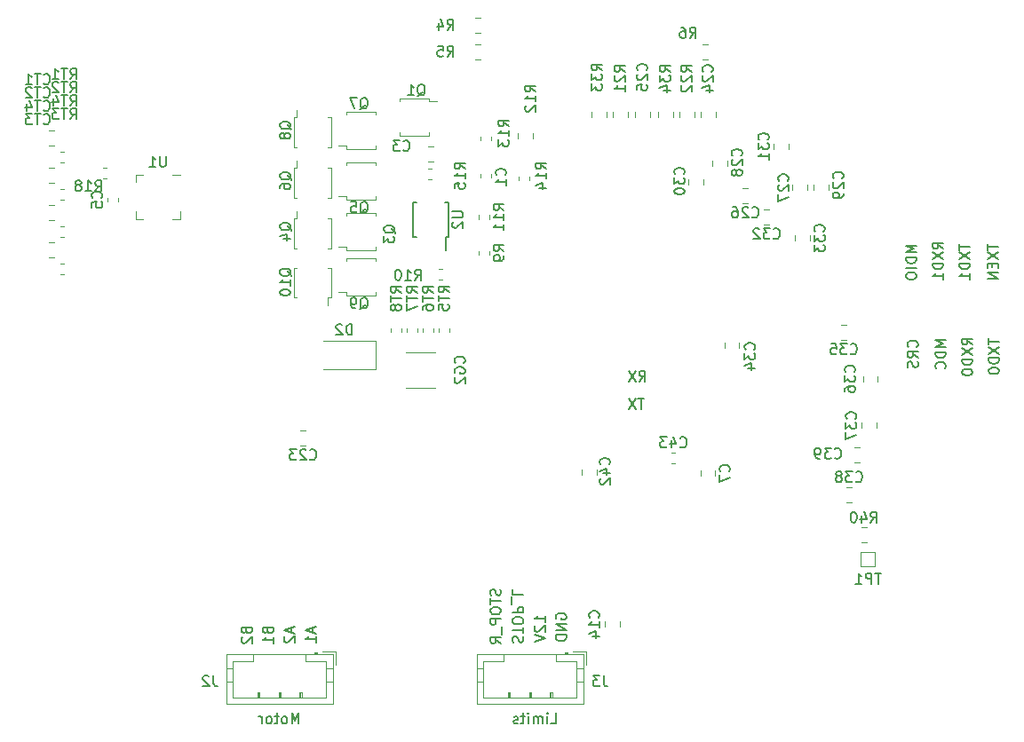
<source format=gbr>
%TF.GenerationSoftware,KiCad,Pcbnew,(5.1.12)-1*%
%TF.CreationDate,2022-03-31T08:37:18-05:00*%
%TF.ProjectId,PoE_Stepper_Driver,506f455f-5374-4657-9070-65725f447269,rev?*%
%TF.SameCoordinates,Original*%
%TF.FileFunction,Legend,Bot*%
%TF.FilePolarity,Positive*%
%FSLAX46Y46*%
G04 Gerber Fmt 4.6, Leading zero omitted, Abs format (unit mm)*
G04 Created by KiCad (PCBNEW (5.1.12)-1) date 2022-03-31 08:37:18*
%MOMM*%
%LPD*%
G01*
G04 APERTURE LIST*
%ADD10C,0.120000*%
%ADD11C,0.150000*%
G04 APERTURE END LIST*
D10*
%TO.C,R40*%
X174109748Y-109803000D02*
X174632252Y-109803000D01*
X174109748Y-108383000D02*
X174632252Y-108383000D01*
%TO.C,RT4*%
X98088267Y-79627000D02*
X97745733Y-79627000D01*
X98088267Y-80647000D02*
X97745733Y-80647000D01*
%TO.C,C5*%
X103253000Y-76917733D02*
X103253000Y-77260267D01*
X102233000Y-76917733D02*
X102233000Y-77260267D01*
%TO.C,C1*%
X137793000Y-74631733D02*
X137793000Y-74974267D01*
X138813000Y-74631733D02*
X138813000Y-74974267D01*
%TO.C,C3*%
X132843748Y-72061000D02*
X133366252Y-72061000D01*
X132843748Y-73481000D02*
X133366252Y-73481000D01*
%TO.C,C7*%
X158779116Y-103459219D02*
X158779116Y-102936715D01*
X160199116Y-103459219D02*
X160199116Y-102936715D01*
%TO.C,C14*%
X151078000Y-117340748D02*
X151078000Y-117863252D01*
X149658000Y-117340748D02*
X149658000Y-117863252D01*
%TO.C,C26*%
X162806748Y-77418000D02*
X163329252Y-77418000D01*
X162806748Y-75998000D02*
X163329252Y-75998000D01*
%TO.C,C27*%
X167565000Y-76207252D02*
X167565000Y-75684748D01*
X168985000Y-76207252D02*
X168985000Y-75684748D01*
%TO.C,C28*%
X159945000Y-73398748D02*
X159945000Y-73921252D01*
X161365000Y-73398748D02*
X161365000Y-73921252D01*
%TO.C,C30*%
X159079000Y-75699252D02*
X159079000Y-75176748D01*
X157659000Y-75699252D02*
X157659000Y-75176748D01*
%TO.C,C31*%
X165787000Y-71747748D02*
X165787000Y-72270252D01*
X167207000Y-71747748D02*
X167207000Y-72270252D01*
%TO.C,C32*%
X164838748Y-78030000D02*
X165361252Y-78030000D01*
X164838748Y-79450000D02*
X165361252Y-79450000D01*
%TO.C,C34*%
X162485115Y-90753714D02*
X162485115Y-91276218D01*
X161065115Y-90753714D02*
X161065115Y-91276218D01*
%TO.C,C35*%
X172181863Y-90454967D02*
X172704367Y-90454967D01*
X172181863Y-89034967D02*
X172704367Y-89034967D01*
%TO.C,C36*%
X175693116Y-94451219D02*
X175693116Y-93928715D01*
X174273116Y-94451219D02*
X174273116Y-93928715D01*
%TO.C,C37*%
X175566116Y-98373715D02*
X175566116Y-98896219D01*
X174146116Y-98373715D02*
X174146116Y-98896219D01*
%TO.C,C38*%
X173212368Y-104528967D02*
X172689864Y-104528967D01*
X173212368Y-105948967D02*
X172689864Y-105948967D01*
%TO.C,C39*%
X173997252Y-100763000D02*
X173474748Y-100763000D01*
X173997252Y-102183000D02*
X173474748Y-102183000D01*
%TO.C,CG2*%
X133466252Y-91635000D02*
X130693748Y-91635000D01*
X133466252Y-95055000D02*
X130693748Y-95055000D01*
%TO.C,CT1*%
X97171252Y-71957000D02*
X96648748Y-71957000D01*
X97171252Y-70537000D02*
X96648748Y-70537000D01*
%TO.C,CT2*%
X97162252Y-74093000D02*
X96639748Y-74093000D01*
X97162252Y-75513000D02*
X96639748Y-75513000D01*
%TO.C,CT3*%
X97162252Y-81205000D02*
X96639748Y-81205000D01*
X97162252Y-82625000D02*
X96639748Y-82625000D01*
%TO.C,CT4*%
X97162252Y-79069000D02*
X96639748Y-79069000D01*
X97162252Y-77649000D02*
X96639748Y-77649000D01*
%TO.C,D2*%
X127794000Y-90588000D02*
X127794000Y-93308000D01*
X127794000Y-93308000D02*
X122814000Y-93308000D01*
X127794000Y-90588000D02*
X122814000Y-90588000D01*
%TO.C,J2*%
X123726000Y-120491000D02*
X123726000Y-125211000D01*
X123726000Y-125211000D02*
X113606000Y-125211000D01*
X113606000Y-125211000D02*
X113606000Y-120491000D01*
X113606000Y-120491000D02*
X123726000Y-120491000D01*
X121966000Y-120491000D02*
X121966000Y-120291000D01*
X121966000Y-120291000D02*
X122266000Y-120291000D01*
X122266000Y-120291000D02*
X122266000Y-120491000D01*
X121966000Y-120391000D02*
X122266000Y-120391000D01*
X121166000Y-120491000D02*
X121166000Y-121101000D01*
X121166000Y-121101000D02*
X123116000Y-121101000D01*
X123116000Y-121101000D02*
X123116000Y-124601000D01*
X123116000Y-124601000D02*
X114216000Y-124601000D01*
X114216000Y-124601000D02*
X114216000Y-121101000D01*
X114216000Y-121101000D02*
X116166000Y-121101000D01*
X116166000Y-121101000D02*
X116166000Y-120491000D01*
X123726000Y-121801000D02*
X123116000Y-121801000D01*
X123726000Y-123101000D02*
X123116000Y-123101000D01*
X113606000Y-121801000D02*
X114216000Y-121801000D01*
X113606000Y-123101000D02*
X114216000Y-123101000D01*
X120766000Y-124601000D02*
X120766000Y-124101000D01*
X120766000Y-124101000D02*
X120566000Y-124101000D01*
X120566000Y-124101000D02*
X120566000Y-124601000D01*
X120666000Y-124601000D02*
X120666000Y-124101000D01*
X118766000Y-124601000D02*
X118766000Y-124101000D01*
X118766000Y-124101000D02*
X118566000Y-124101000D01*
X118566000Y-124101000D02*
X118566000Y-124601000D01*
X118666000Y-124601000D02*
X118666000Y-124101000D01*
X116766000Y-124601000D02*
X116766000Y-124101000D01*
X116766000Y-124101000D02*
X116566000Y-124101000D01*
X116566000Y-124101000D02*
X116566000Y-124601000D01*
X116666000Y-124601000D02*
X116666000Y-124101000D01*
X122776000Y-120191000D02*
X124026000Y-120191000D01*
X124026000Y-120191000D02*
X124026000Y-121441000D01*
%TO.C,R4*%
X137802252Y-59742000D02*
X137279748Y-59742000D01*
X137802252Y-61162000D02*
X137279748Y-61162000D01*
%TO.C,R5*%
X137802252Y-63702000D02*
X137279748Y-63702000D01*
X137802252Y-62282000D02*
X137279748Y-62282000D01*
%TO.C,R6*%
X158996748Y-63702000D02*
X159519252Y-63702000D01*
X158996748Y-62282000D02*
X159519252Y-62282000D01*
%TO.C,R9*%
X137666000Y-82340267D02*
X137666000Y-81997733D01*
X138686000Y-82340267D02*
X138686000Y-81997733D01*
%TO.C,R10*%
X134156267Y-83691000D02*
X133813733Y-83691000D01*
X134156267Y-84711000D02*
X133813733Y-84711000D01*
%TO.C,R11*%
X137666000Y-78925267D02*
X137666000Y-78582733D01*
X138686000Y-78925267D02*
X138686000Y-78582733D01*
%TO.C,R12*%
X142823000Y-70731748D02*
X142823000Y-71254252D01*
X141403000Y-70731748D02*
X141403000Y-71254252D01*
%TO.C,R13*%
X137793000Y-71075733D02*
X137793000Y-71418267D01*
X138813000Y-71075733D02*
X138813000Y-71418267D01*
%TO.C,R14*%
X142496000Y-74885733D02*
X142496000Y-75228267D01*
X141476000Y-74885733D02*
X141476000Y-75228267D01*
%TO.C,R15*%
X133140267Y-74166000D02*
X132797733Y-74166000D01*
X133140267Y-75186000D02*
X132797733Y-75186000D01*
%TO.C,R18*%
X102152267Y-74039000D02*
X101809733Y-74039000D01*
X102152267Y-75059000D02*
X101809733Y-75059000D01*
%TO.C,RT1*%
X98088267Y-73535000D02*
X97745733Y-73535000D01*
X98088267Y-72515000D02*
X97745733Y-72515000D01*
%TO.C,RT2*%
X98088267Y-76071000D02*
X97745733Y-76071000D01*
X98088267Y-77091000D02*
X97745733Y-77091000D01*
%TO.C,RT3*%
X98088267Y-84203000D02*
X97745733Y-84203000D01*
X98088267Y-83183000D02*
X97745733Y-83183000D01*
%TO.C,RT5*%
X134876000Y-89363733D02*
X134876000Y-89706267D01*
X133856000Y-89363733D02*
X133856000Y-89706267D01*
%TO.C,RT6*%
X132332000Y-89377733D02*
X132332000Y-89720267D01*
X133352000Y-89377733D02*
X133352000Y-89720267D01*
%TO.C,RT7*%
X131828000Y-89377733D02*
X131828000Y-89720267D01*
X130808000Y-89377733D02*
X130808000Y-89720267D01*
%TO.C,RT8*%
X129284000Y-89377733D02*
X129284000Y-89720267D01*
X130304000Y-89377733D02*
X130304000Y-89720267D01*
%TO.C,U1*%
X105676000Y-74725000D02*
X104951000Y-74725000D01*
X104951000Y-74725000D02*
X104951000Y-75450000D01*
X108446000Y-78945000D02*
X109171000Y-78945000D01*
X109171000Y-78945000D02*
X109171000Y-78220000D01*
X105676000Y-78945000D02*
X104951000Y-78945000D01*
X104951000Y-78945000D02*
X104951000Y-78220000D01*
X108446000Y-74725000D02*
X109171000Y-74725000D01*
D11*
%TO.C,U2*%
X134771000Y-80669000D02*
X134546000Y-80669000D01*
X134771000Y-77319000D02*
X134471000Y-77319000D01*
X131421000Y-77319000D02*
X131721000Y-77319000D01*
X131421000Y-80669000D02*
X131721000Y-80669000D01*
X134771000Y-80669000D02*
X134771000Y-77319000D01*
X131421000Y-80669000D02*
X131421000Y-77319000D01*
X134546000Y-80669000D02*
X134546000Y-81894000D01*
D10*
%TO.C,Q1*%
X133649000Y-67740000D02*
X132919000Y-67740000D01*
X132919000Y-67445000D02*
X132919000Y-67740000D01*
X130079000Y-67445000D02*
X132919000Y-67445000D01*
X130079000Y-67740000D02*
X130079000Y-67445000D01*
X130079000Y-70985000D02*
X130079000Y-70690000D01*
X132919000Y-70985000D02*
X130079000Y-70985000D01*
X132919000Y-70690000D02*
X132919000Y-70985000D01*
%TO.C,Q3*%
X125018000Y-78662000D02*
X125018000Y-78367000D01*
X125018000Y-78367000D02*
X127858000Y-78367000D01*
X127858000Y-78367000D02*
X127858000Y-78662000D01*
X127858000Y-81612000D02*
X127858000Y-81907000D01*
X127858000Y-81907000D02*
X125018000Y-81907000D01*
X125018000Y-81907000D02*
X125018000Y-81612000D01*
X124288000Y-81612000D02*
X125018000Y-81612000D01*
%TO.C,Q4*%
X123268000Y-78917000D02*
X123563000Y-78917000D01*
X123563000Y-78917000D02*
X123563000Y-81757000D01*
X123563000Y-81757000D02*
X123268000Y-81757000D01*
X120318000Y-81757000D02*
X120023000Y-81757000D01*
X120023000Y-81757000D02*
X120023000Y-78917000D01*
X120023000Y-78917000D02*
X120318000Y-78917000D01*
X120318000Y-78187000D02*
X120318000Y-78917000D01*
%TO.C,Q5*%
X124288000Y-76786000D02*
X125018000Y-76786000D01*
X125018000Y-77081000D02*
X125018000Y-76786000D01*
X127858000Y-77081000D02*
X125018000Y-77081000D01*
X127858000Y-76786000D02*
X127858000Y-77081000D01*
X127858000Y-73541000D02*
X127858000Y-73836000D01*
X125018000Y-73541000D02*
X127858000Y-73541000D01*
X125018000Y-73836000D02*
X125018000Y-73541000D01*
%TO.C,Q6*%
X120318000Y-73361000D02*
X120318000Y-74091000D01*
X120023000Y-74091000D02*
X120318000Y-74091000D01*
X120023000Y-76931000D02*
X120023000Y-74091000D01*
X120318000Y-76931000D02*
X120023000Y-76931000D01*
X123563000Y-76931000D02*
X123268000Y-76931000D01*
X123563000Y-74091000D02*
X123563000Y-76931000D01*
X123268000Y-74091000D02*
X123563000Y-74091000D01*
%TO.C,Q7*%
X125018000Y-69010000D02*
X125018000Y-68715000D01*
X125018000Y-68715000D02*
X127858000Y-68715000D01*
X127858000Y-68715000D02*
X127858000Y-69010000D01*
X127858000Y-71960000D02*
X127858000Y-72255000D01*
X127858000Y-72255000D02*
X125018000Y-72255000D01*
X125018000Y-72255000D02*
X125018000Y-71960000D01*
X124288000Y-71960000D02*
X125018000Y-71960000D01*
%TO.C,Q8*%
X123268000Y-69265000D02*
X123563000Y-69265000D01*
X123563000Y-69265000D02*
X123563000Y-72105000D01*
X123563000Y-72105000D02*
X123268000Y-72105000D01*
X120318000Y-72105000D02*
X120023000Y-72105000D01*
X120023000Y-72105000D02*
X120023000Y-69265000D01*
X120023000Y-69265000D02*
X120318000Y-69265000D01*
X120318000Y-68535000D02*
X120318000Y-69265000D01*
%TO.C,Q9*%
X124288000Y-85930000D02*
X125018000Y-85930000D01*
X125018000Y-86225000D02*
X125018000Y-85930000D01*
X127858000Y-86225000D02*
X125018000Y-86225000D01*
X127858000Y-85930000D02*
X127858000Y-86225000D01*
X127858000Y-82685000D02*
X127858000Y-82980000D01*
X125018000Y-82685000D02*
X127858000Y-82685000D01*
X125018000Y-82980000D02*
X125018000Y-82685000D01*
%TO.C,Q10*%
X120318000Y-86437000D02*
X120023000Y-86437000D01*
X120023000Y-86437000D02*
X120023000Y-83597000D01*
X120023000Y-83597000D02*
X120318000Y-83597000D01*
X123268000Y-83597000D02*
X123563000Y-83597000D01*
X123563000Y-83597000D02*
X123563000Y-86437000D01*
X123563000Y-86437000D02*
X123268000Y-86437000D01*
X123268000Y-87167000D02*
X123268000Y-86437000D01*
%TO.C,C23*%
X120642748Y-99112000D02*
X121165252Y-99112000D01*
X120642748Y-100532000D02*
X121165252Y-100532000D01*
%TO.C,C24*%
X158802000Y-68699748D02*
X158802000Y-69222252D01*
X160222000Y-68699748D02*
X160222000Y-69222252D01*
%TO.C,C25*%
X153999000Y-68699748D02*
X153999000Y-69222252D01*
X152579000Y-68699748D02*
X152579000Y-69222252D01*
%TO.C,C29*%
X169597000Y-76207252D02*
X169597000Y-75684748D01*
X171017000Y-76207252D02*
X171017000Y-75684748D01*
%TO.C,C33*%
X167819000Y-81024252D02*
X167819000Y-80501748D01*
X169239000Y-81024252D02*
X169239000Y-80501748D01*
%TO.C,J3*%
X147602000Y-120491000D02*
X147602000Y-125211000D01*
X147602000Y-125211000D02*
X137482000Y-125211000D01*
X137482000Y-125211000D02*
X137482000Y-120491000D01*
X137482000Y-120491000D02*
X147602000Y-120491000D01*
X145842000Y-120491000D02*
X145842000Y-120291000D01*
X145842000Y-120291000D02*
X146142000Y-120291000D01*
X146142000Y-120291000D02*
X146142000Y-120491000D01*
X145842000Y-120391000D02*
X146142000Y-120391000D01*
X145042000Y-120491000D02*
X145042000Y-121101000D01*
X145042000Y-121101000D02*
X146992000Y-121101000D01*
X146992000Y-121101000D02*
X146992000Y-124601000D01*
X146992000Y-124601000D02*
X138092000Y-124601000D01*
X138092000Y-124601000D02*
X138092000Y-121101000D01*
X138092000Y-121101000D02*
X140042000Y-121101000D01*
X140042000Y-121101000D02*
X140042000Y-120491000D01*
X147602000Y-121801000D02*
X146992000Y-121801000D01*
X147602000Y-123101000D02*
X146992000Y-123101000D01*
X137482000Y-121801000D02*
X138092000Y-121801000D01*
X137482000Y-123101000D02*
X138092000Y-123101000D01*
X144642000Y-124601000D02*
X144642000Y-124101000D01*
X144642000Y-124101000D02*
X144442000Y-124101000D01*
X144442000Y-124101000D02*
X144442000Y-124601000D01*
X144542000Y-124601000D02*
X144542000Y-124101000D01*
X142642000Y-124601000D02*
X142642000Y-124101000D01*
X142642000Y-124101000D02*
X142442000Y-124101000D01*
X142442000Y-124101000D02*
X142442000Y-124601000D01*
X142542000Y-124601000D02*
X142542000Y-124101000D01*
X140642000Y-124601000D02*
X140642000Y-124101000D01*
X140642000Y-124101000D02*
X140442000Y-124101000D01*
X140442000Y-124101000D02*
X140442000Y-124601000D01*
X140542000Y-124601000D02*
X140542000Y-124101000D01*
X146652000Y-120191000D02*
X147902000Y-120191000D01*
X147902000Y-120191000D02*
X147902000Y-121441000D01*
%TO.C,R21*%
X150420000Y-68699748D02*
X150420000Y-69222252D01*
X151840000Y-68699748D02*
X151840000Y-69222252D01*
%TO.C,R22*%
X158190000Y-68699748D02*
X158190000Y-69222252D01*
X156770000Y-68699748D02*
X156770000Y-69222252D01*
%TO.C,R33*%
X148388000Y-68699748D02*
X148388000Y-69222252D01*
X149808000Y-68699748D02*
X149808000Y-69222252D01*
%TO.C,R34*%
X154738000Y-68699748D02*
X154738000Y-69222252D01*
X156158000Y-68699748D02*
X156158000Y-69222252D01*
%TO.C,C42*%
X147499000Y-102862748D02*
X147499000Y-103385252D01*
X148919000Y-102862748D02*
X148919000Y-103385252D01*
%TO.C,TP1*%
X174052000Y-110679000D02*
X174052000Y-112079000D01*
X175452000Y-110679000D02*
X174052000Y-110679000D01*
X175452000Y-112079000D02*
X175452000Y-110679000D01*
X174052000Y-112079000D02*
X175452000Y-112079000D01*
%TO.C,C43*%
X156381267Y-101217000D02*
X156038733Y-101217000D01*
X156381267Y-102237000D02*
X156038733Y-102237000D01*
%TO.C,R40*%
D11*
X175013857Y-107894380D02*
X175347190Y-107418190D01*
X175585285Y-107894380D02*
X175585285Y-106894380D01*
X175204333Y-106894380D01*
X175109095Y-106942000D01*
X175061476Y-106989619D01*
X175013857Y-107084857D01*
X175013857Y-107227714D01*
X175061476Y-107322952D01*
X175109095Y-107370571D01*
X175204333Y-107418190D01*
X175585285Y-107418190D01*
X174156714Y-107227714D02*
X174156714Y-107894380D01*
X174394809Y-106846761D02*
X174632904Y-107561047D01*
X174013857Y-107561047D01*
X173442428Y-106894380D02*
X173347190Y-106894380D01*
X173251952Y-106942000D01*
X173204333Y-106989619D01*
X173156714Y-107084857D01*
X173109095Y-107275333D01*
X173109095Y-107513428D01*
X173156714Y-107703904D01*
X173204333Y-107799142D01*
X173251952Y-107846761D01*
X173347190Y-107894380D01*
X173442428Y-107894380D01*
X173537666Y-107846761D01*
X173585285Y-107799142D01*
X173632904Y-107703904D01*
X173680523Y-107513428D01*
X173680523Y-107275333D01*
X173632904Y-107084857D01*
X173585285Y-106989619D01*
X173537666Y-106942000D01*
X173442428Y-106894380D01*
%TO.C,RT4*%
X98718619Y-68143380D02*
X99051952Y-67667190D01*
X99290047Y-68143380D02*
X99290047Y-67143380D01*
X98909095Y-67143380D01*
X98813857Y-67191000D01*
X98766238Y-67238619D01*
X98718619Y-67333857D01*
X98718619Y-67476714D01*
X98766238Y-67571952D01*
X98813857Y-67619571D01*
X98909095Y-67667190D01*
X99290047Y-67667190D01*
X98432904Y-67143380D02*
X97861476Y-67143380D01*
X98147190Y-68143380D02*
X98147190Y-67143380D01*
X97099571Y-67476714D02*
X97099571Y-68143380D01*
X97337666Y-67095761D02*
X97575761Y-67810047D01*
X96956714Y-67810047D01*
%TO.C,C5*%
X101670142Y-76922333D02*
X101717761Y-76874714D01*
X101765380Y-76731857D01*
X101765380Y-76636619D01*
X101717761Y-76493761D01*
X101622523Y-76398523D01*
X101527285Y-76350904D01*
X101336809Y-76303285D01*
X101193952Y-76303285D01*
X101003476Y-76350904D01*
X100908238Y-76398523D01*
X100813000Y-76493761D01*
X100765380Y-76636619D01*
X100765380Y-76731857D01*
X100813000Y-76874714D01*
X100860619Y-76922333D01*
X100765380Y-77827095D02*
X100765380Y-77350904D01*
X101241571Y-77303285D01*
X101193952Y-77350904D01*
X101146333Y-77446142D01*
X101146333Y-77684238D01*
X101193952Y-77779476D01*
X101241571Y-77827095D01*
X101336809Y-77874714D01*
X101574904Y-77874714D01*
X101670142Y-77827095D01*
X101717761Y-77779476D01*
X101765380Y-77684238D01*
X101765380Y-77446142D01*
X101717761Y-77350904D01*
X101670142Y-77303285D01*
%TO.C,C1*%
X140184142Y-74763333D02*
X140231761Y-74715714D01*
X140279380Y-74572857D01*
X140279380Y-74477619D01*
X140231761Y-74334761D01*
X140136523Y-74239523D01*
X140041285Y-74191904D01*
X139850809Y-74144285D01*
X139707952Y-74144285D01*
X139517476Y-74191904D01*
X139422238Y-74239523D01*
X139327000Y-74334761D01*
X139279380Y-74477619D01*
X139279380Y-74572857D01*
X139327000Y-74715714D01*
X139374619Y-74763333D01*
X140279380Y-75715714D02*
X140279380Y-75144285D01*
X140279380Y-75430000D02*
X139279380Y-75430000D01*
X139422238Y-75334761D01*
X139517476Y-75239523D01*
X139565095Y-75144285D01*
%TO.C,C3*%
X130468666Y-72366142D02*
X130516285Y-72413761D01*
X130659142Y-72461380D01*
X130754380Y-72461380D01*
X130897238Y-72413761D01*
X130992476Y-72318523D01*
X131040095Y-72223285D01*
X131087714Y-72032809D01*
X131087714Y-71889952D01*
X131040095Y-71699476D01*
X130992476Y-71604238D01*
X130897238Y-71509000D01*
X130754380Y-71461380D01*
X130659142Y-71461380D01*
X130516285Y-71509000D01*
X130468666Y-71556619D01*
X130135333Y-71461380D02*
X129516285Y-71461380D01*
X129849619Y-71842333D01*
X129706761Y-71842333D01*
X129611523Y-71889952D01*
X129563904Y-71937571D01*
X129516285Y-72032809D01*
X129516285Y-72270904D01*
X129563904Y-72366142D01*
X129611523Y-72413761D01*
X129706761Y-72461380D01*
X129992476Y-72461380D01*
X130087714Y-72413761D01*
X130135333Y-72366142D01*
%TO.C,C7*%
X161496258Y-103031300D02*
X161543877Y-102983681D01*
X161591496Y-102840824D01*
X161591496Y-102745586D01*
X161543877Y-102602728D01*
X161448639Y-102507490D01*
X161353401Y-102459871D01*
X161162925Y-102412252D01*
X161020068Y-102412252D01*
X160829592Y-102459871D01*
X160734354Y-102507490D01*
X160639116Y-102602728D01*
X160591496Y-102745586D01*
X160591496Y-102840824D01*
X160639116Y-102983681D01*
X160686735Y-103031300D01*
X160591496Y-103364633D02*
X160591496Y-104031300D01*
X161591496Y-103602728D01*
%TO.C,C14*%
X149075142Y-116959142D02*
X149122761Y-116911523D01*
X149170380Y-116768666D01*
X149170380Y-116673428D01*
X149122761Y-116530571D01*
X149027523Y-116435333D01*
X148932285Y-116387714D01*
X148741809Y-116340095D01*
X148598952Y-116340095D01*
X148408476Y-116387714D01*
X148313238Y-116435333D01*
X148218000Y-116530571D01*
X148170380Y-116673428D01*
X148170380Y-116768666D01*
X148218000Y-116911523D01*
X148265619Y-116959142D01*
X149170380Y-117911523D02*
X149170380Y-117340095D01*
X149170380Y-117625809D02*
X148170380Y-117625809D01*
X148313238Y-117530571D01*
X148408476Y-117435333D01*
X148456095Y-117340095D01*
X148503714Y-118768666D02*
X149170380Y-118768666D01*
X148122761Y-118530571D02*
X148837047Y-118292476D01*
X148837047Y-118911523D01*
%TO.C,C26*%
X163710857Y-78715142D02*
X163758476Y-78762761D01*
X163901333Y-78810380D01*
X163996571Y-78810380D01*
X164139428Y-78762761D01*
X164234666Y-78667523D01*
X164282285Y-78572285D01*
X164329904Y-78381809D01*
X164329904Y-78238952D01*
X164282285Y-78048476D01*
X164234666Y-77953238D01*
X164139428Y-77858000D01*
X163996571Y-77810380D01*
X163901333Y-77810380D01*
X163758476Y-77858000D01*
X163710857Y-77905619D01*
X163329904Y-77905619D02*
X163282285Y-77858000D01*
X163187047Y-77810380D01*
X162948952Y-77810380D01*
X162853714Y-77858000D01*
X162806095Y-77905619D01*
X162758476Y-78000857D01*
X162758476Y-78096095D01*
X162806095Y-78238952D01*
X163377523Y-78810380D01*
X162758476Y-78810380D01*
X161901333Y-77810380D02*
X162091809Y-77810380D01*
X162187047Y-77858000D01*
X162234666Y-77905619D01*
X162329904Y-78048476D01*
X162377523Y-78238952D01*
X162377523Y-78619904D01*
X162329904Y-78715142D01*
X162282285Y-78762761D01*
X162187047Y-78810380D01*
X161996571Y-78810380D01*
X161901333Y-78762761D01*
X161853714Y-78715142D01*
X161806095Y-78619904D01*
X161806095Y-78381809D01*
X161853714Y-78286571D01*
X161901333Y-78238952D01*
X161996571Y-78191333D01*
X162187047Y-78191333D01*
X162282285Y-78238952D01*
X162329904Y-78286571D01*
X162377523Y-78381809D01*
%TO.C,C27*%
X167108142Y-75303142D02*
X167155761Y-75255523D01*
X167203380Y-75112666D01*
X167203380Y-75017428D01*
X167155761Y-74874571D01*
X167060523Y-74779333D01*
X166965285Y-74731714D01*
X166774809Y-74684095D01*
X166631952Y-74684095D01*
X166441476Y-74731714D01*
X166346238Y-74779333D01*
X166251000Y-74874571D01*
X166203380Y-75017428D01*
X166203380Y-75112666D01*
X166251000Y-75255523D01*
X166298619Y-75303142D01*
X166298619Y-75684095D02*
X166251000Y-75731714D01*
X166203380Y-75826952D01*
X166203380Y-76065047D01*
X166251000Y-76160285D01*
X166298619Y-76207904D01*
X166393857Y-76255523D01*
X166489095Y-76255523D01*
X166631952Y-76207904D01*
X167203380Y-75636476D01*
X167203380Y-76255523D01*
X166203380Y-76588857D02*
X166203380Y-77255523D01*
X167203380Y-76826952D01*
%TO.C,C28*%
X162663142Y-72890142D02*
X162710761Y-72842523D01*
X162758380Y-72699666D01*
X162758380Y-72604428D01*
X162710761Y-72461571D01*
X162615523Y-72366333D01*
X162520285Y-72318714D01*
X162329809Y-72271095D01*
X162186952Y-72271095D01*
X161996476Y-72318714D01*
X161901238Y-72366333D01*
X161806000Y-72461571D01*
X161758380Y-72604428D01*
X161758380Y-72699666D01*
X161806000Y-72842523D01*
X161853619Y-72890142D01*
X161853619Y-73271095D02*
X161806000Y-73318714D01*
X161758380Y-73413952D01*
X161758380Y-73652047D01*
X161806000Y-73747285D01*
X161853619Y-73794904D01*
X161948857Y-73842523D01*
X162044095Y-73842523D01*
X162186952Y-73794904D01*
X162758380Y-73223476D01*
X162758380Y-73842523D01*
X162186952Y-74413952D02*
X162139333Y-74318714D01*
X162091714Y-74271095D01*
X161996476Y-74223476D01*
X161948857Y-74223476D01*
X161853619Y-74271095D01*
X161806000Y-74318714D01*
X161758380Y-74413952D01*
X161758380Y-74604428D01*
X161806000Y-74699666D01*
X161853619Y-74747285D01*
X161948857Y-74794904D01*
X161996476Y-74794904D01*
X162091714Y-74747285D01*
X162139333Y-74699666D01*
X162186952Y-74604428D01*
X162186952Y-74413952D01*
X162234571Y-74318714D01*
X162282190Y-74271095D01*
X162377428Y-74223476D01*
X162567904Y-74223476D01*
X162663142Y-74271095D01*
X162710761Y-74318714D01*
X162758380Y-74413952D01*
X162758380Y-74604428D01*
X162710761Y-74699666D01*
X162663142Y-74747285D01*
X162567904Y-74794904D01*
X162377428Y-74794904D01*
X162282190Y-74747285D01*
X162234571Y-74699666D01*
X162186952Y-74604428D01*
%TO.C,C30*%
X157202142Y-74668142D02*
X157249761Y-74620523D01*
X157297380Y-74477666D01*
X157297380Y-74382428D01*
X157249761Y-74239571D01*
X157154523Y-74144333D01*
X157059285Y-74096714D01*
X156868809Y-74049095D01*
X156725952Y-74049095D01*
X156535476Y-74096714D01*
X156440238Y-74144333D01*
X156345000Y-74239571D01*
X156297380Y-74382428D01*
X156297380Y-74477666D01*
X156345000Y-74620523D01*
X156392619Y-74668142D01*
X156297380Y-75001476D02*
X156297380Y-75620523D01*
X156678333Y-75287190D01*
X156678333Y-75430047D01*
X156725952Y-75525285D01*
X156773571Y-75572904D01*
X156868809Y-75620523D01*
X157106904Y-75620523D01*
X157202142Y-75572904D01*
X157249761Y-75525285D01*
X157297380Y-75430047D01*
X157297380Y-75144333D01*
X157249761Y-75049095D01*
X157202142Y-75001476D01*
X156297380Y-76239571D02*
X156297380Y-76334809D01*
X156345000Y-76430047D01*
X156392619Y-76477666D01*
X156487857Y-76525285D01*
X156678333Y-76572904D01*
X156916428Y-76572904D01*
X157106904Y-76525285D01*
X157202142Y-76477666D01*
X157249761Y-76430047D01*
X157297380Y-76334809D01*
X157297380Y-76239571D01*
X157249761Y-76144333D01*
X157202142Y-76096714D01*
X157106904Y-76049095D01*
X156916428Y-76001476D01*
X156678333Y-76001476D01*
X156487857Y-76049095D01*
X156392619Y-76096714D01*
X156345000Y-76144333D01*
X156297380Y-76239571D01*
%TO.C,C31*%
X165204142Y-71366142D02*
X165251761Y-71318523D01*
X165299380Y-71175666D01*
X165299380Y-71080428D01*
X165251761Y-70937571D01*
X165156523Y-70842333D01*
X165061285Y-70794714D01*
X164870809Y-70747095D01*
X164727952Y-70747095D01*
X164537476Y-70794714D01*
X164442238Y-70842333D01*
X164347000Y-70937571D01*
X164299380Y-71080428D01*
X164299380Y-71175666D01*
X164347000Y-71318523D01*
X164394619Y-71366142D01*
X164299380Y-71699476D02*
X164299380Y-72318523D01*
X164680333Y-71985190D01*
X164680333Y-72128047D01*
X164727952Y-72223285D01*
X164775571Y-72270904D01*
X164870809Y-72318523D01*
X165108904Y-72318523D01*
X165204142Y-72270904D01*
X165251761Y-72223285D01*
X165299380Y-72128047D01*
X165299380Y-71842333D01*
X165251761Y-71747095D01*
X165204142Y-71699476D01*
X165299380Y-73270904D02*
X165299380Y-72699476D01*
X165299380Y-72985190D02*
X164299380Y-72985190D01*
X164442238Y-72889952D01*
X164537476Y-72794714D01*
X164585095Y-72699476D01*
%TO.C,C32*%
X165742857Y-80747142D02*
X165790476Y-80794761D01*
X165933333Y-80842380D01*
X166028571Y-80842380D01*
X166171428Y-80794761D01*
X166266666Y-80699523D01*
X166314285Y-80604285D01*
X166361904Y-80413809D01*
X166361904Y-80270952D01*
X166314285Y-80080476D01*
X166266666Y-79985238D01*
X166171428Y-79890000D01*
X166028571Y-79842380D01*
X165933333Y-79842380D01*
X165790476Y-79890000D01*
X165742857Y-79937619D01*
X165409523Y-79842380D02*
X164790476Y-79842380D01*
X165123809Y-80223333D01*
X164980952Y-80223333D01*
X164885714Y-80270952D01*
X164838095Y-80318571D01*
X164790476Y-80413809D01*
X164790476Y-80651904D01*
X164838095Y-80747142D01*
X164885714Y-80794761D01*
X164980952Y-80842380D01*
X165266666Y-80842380D01*
X165361904Y-80794761D01*
X165409523Y-80747142D01*
X164409523Y-79937619D02*
X164361904Y-79890000D01*
X164266666Y-79842380D01*
X164028571Y-79842380D01*
X163933333Y-79890000D01*
X163885714Y-79937619D01*
X163838095Y-80032857D01*
X163838095Y-80128095D01*
X163885714Y-80270952D01*
X164457142Y-80842380D01*
X163838095Y-80842380D01*
%TO.C,C34*%
X163910257Y-91388108D02*
X163957876Y-91340489D01*
X164005495Y-91197632D01*
X164005495Y-91102394D01*
X163957876Y-90959537D01*
X163862638Y-90864299D01*
X163767400Y-90816680D01*
X163576924Y-90769061D01*
X163434067Y-90769061D01*
X163243591Y-90816680D01*
X163148353Y-90864299D01*
X163053115Y-90959537D01*
X163005495Y-91102394D01*
X163005495Y-91197632D01*
X163053115Y-91340489D01*
X163100734Y-91388108D01*
X163005495Y-91721442D02*
X163005495Y-92340489D01*
X163386448Y-92007156D01*
X163386448Y-92150013D01*
X163434067Y-92245251D01*
X163481686Y-92292870D01*
X163576924Y-92340489D01*
X163815019Y-92340489D01*
X163910257Y-92292870D01*
X163957876Y-92245251D01*
X164005495Y-92150013D01*
X164005495Y-91864299D01*
X163957876Y-91769061D01*
X163910257Y-91721442D01*
X163338829Y-93197632D02*
X164005495Y-93197632D01*
X162957876Y-92959537D02*
X163672162Y-92721442D01*
X163672162Y-93340489D01*
%TO.C,C35*%
X173085972Y-91752109D02*
X173133591Y-91799728D01*
X173276448Y-91847347D01*
X173371686Y-91847347D01*
X173514543Y-91799728D01*
X173609781Y-91704490D01*
X173657400Y-91609252D01*
X173705019Y-91418776D01*
X173705019Y-91275919D01*
X173657400Y-91085443D01*
X173609781Y-90990205D01*
X173514543Y-90894967D01*
X173371686Y-90847347D01*
X173276448Y-90847347D01*
X173133591Y-90894967D01*
X173085972Y-90942586D01*
X172752638Y-90847347D02*
X172133591Y-90847347D01*
X172466924Y-91228300D01*
X172324067Y-91228300D01*
X172228829Y-91275919D01*
X172181210Y-91323538D01*
X172133591Y-91418776D01*
X172133591Y-91656871D01*
X172181210Y-91752109D01*
X172228829Y-91799728D01*
X172324067Y-91847347D01*
X172609781Y-91847347D01*
X172705019Y-91799728D01*
X172752638Y-91752109D01*
X171228829Y-90847347D02*
X171705019Y-90847347D01*
X171752638Y-91323538D01*
X171705019Y-91275919D01*
X171609781Y-91228300D01*
X171371686Y-91228300D01*
X171276448Y-91275919D01*
X171228829Y-91323538D01*
X171181210Y-91418776D01*
X171181210Y-91656871D01*
X171228829Y-91752109D01*
X171276448Y-91799728D01*
X171371686Y-91847347D01*
X171609781Y-91847347D01*
X171705019Y-91799728D01*
X171752638Y-91752109D01*
%TO.C,C36*%
X173435258Y-93547109D02*
X173482877Y-93499490D01*
X173530496Y-93356633D01*
X173530496Y-93261395D01*
X173482877Y-93118538D01*
X173387639Y-93023300D01*
X173292401Y-92975681D01*
X173101925Y-92928062D01*
X172959068Y-92928062D01*
X172768592Y-92975681D01*
X172673354Y-93023300D01*
X172578116Y-93118538D01*
X172530496Y-93261395D01*
X172530496Y-93356633D01*
X172578116Y-93499490D01*
X172625735Y-93547109D01*
X172530496Y-93880443D02*
X172530496Y-94499490D01*
X172911449Y-94166157D01*
X172911449Y-94309014D01*
X172959068Y-94404252D01*
X173006687Y-94451871D01*
X173101925Y-94499490D01*
X173340020Y-94499490D01*
X173435258Y-94451871D01*
X173482877Y-94404252D01*
X173530496Y-94309014D01*
X173530496Y-94023300D01*
X173482877Y-93928062D01*
X173435258Y-93880443D01*
X172530496Y-95356633D02*
X172530496Y-95166157D01*
X172578116Y-95070919D01*
X172625735Y-95023300D01*
X172768592Y-94928062D01*
X172959068Y-94880443D01*
X173340020Y-94880443D01*
X173435258Y-94928062D01*
X173482877Y-94975681D01*
X173530496Y-95070919D01*
X173530496Y-95261395D01*
X173482877Y-95356633D01*
X173435258Y-95404252D01*
X173340020Y-95451871D01*
X173101925Y-95451871D01*
X173006687Y-95404252D01*
X172959068Y-95356633D01*
X172911449Y-95261395D01*
X172911449Y-95070919D01*
X172959068Y-94975681D01*
X173006687Y-94928062D01*
X173101925Y-94880443D01*
%TO.C,C37*%
X173563258Y-97992109D02*
X173610877Y-97944490D01*
X173658496Y-97801633D01*
X173658496Y-97706395D01*
X173610877Y-97563538D01*
X173515639Y-97468300D01*
X173420401Y-97420681D01*
X173229925Y-97373062D01*
X173087068Y-97373062D01*
X172896592Y-97420681D01*
X172801354Y-97468300D01*
X172706116Y-97563538D01*
X172658496Y-97706395D01*
X172658496Y-97801633D01*
X172706116Y-97944490D01*
X172753735Y-97992109D01*
X172658496Y-98325443D02*
X172658496Y-98944490D01*
X173039449Y-98611157D01*
X173039449Y-98754014D01*
X173087068Y-98849252D01*
X173134687Y-98896871D01*
X173229925Y-98944490D01*
X173468020Y-98944490D01*
X173563258Y-98896871D01*
X173610877Y-98849252D01*
X173658496Y-98754014D01*
X173658496Y-98468300D01*
X173610877Y-98373062D01*
X173563258Y-98325443D01*
X172658496Y-99277824D02*
X172658496Y-99944490D01*
X173658496Y-99515919D01*
%TO.C,C38*%
X173593973Y-103946109D02*
X173641592Y-103993728D01*
X173784449Y-104041347D01*
X173879687Y-104041347D01*
X174022544Y-103993728D01*
X174117782Y-103898490D01*
X174165401Y-103803252D01*
X174213020Y-103612776D01*
X174213020Y-103469919D01*
X174165401Y-103279443D01*
X174117782Y-103184205D01*
X174022544Y-103088967D01*
X173879687Y-103041347D01*
X173784449Y-103041347D01*
X173641592Y-103088967D01*
X173593973Y-103136586D01*
X173260639Y-103041347D02*
X172641592Y-103041347D01*
X172974925Y-103422300D01*
X172832068Y-103422300D01*
X172736830Y-103469919D01*
X172689211Y-103517538D01*
X172641592Y-103612776D01*
X172641592Y-103850871D01*
X172689211Y-103946109D01*
X172736830Y-103993728D01*
X172832068Y-104041347D01*
X173117782Y-104041347D01*
X173213020Y-103993728D01*
X173260639Y-103946109D01*
X172070163Y-103469919D02*
X172165401Y-103422300D01*
X172213020Y-103374681D01*
X172260639Y-103279443D01*
X172260639Y-103231824D01*
X172213020Y-103136586D01*
X172165401Y-103088967D01*
X172070163Y-103041347D01*
X171879687Y-103041347D01*
X171784449Y-103088967D01*
X171736830Y-103136586D01*
X171689211Y-103231824D01*
X171689211Y-103279443D01*
X171736830Y-103374681D01*
X171784449Y-103422300D01*
X171879687Y-103469919D01*
X172070163Y-103469919D01*
X172165401Y-103517538D01*
X172213020Y-103565157D01*
X172260639Y-103660395D01*
X172260639Y-103850871D01*
X172213020Y-103946109D01*
X172165401Y-103993728D01*
X172070163Y-104041347D01*
X171879687Y-104041347D01*
X171784449Y-103993728D01*
X171736830Y-103946109D01*
X171689211Y-103850871D01*
X171689211Y-103660395D01*
X171736830Y-103565157D01*
X171784449Y-103517538D01*
X171879687Y-103469919D01*
%TO.C,C39*%
X171584857Y-101703142D02*
X171632476Y-101750761D01*
X171775333Y-101798380D01*
X171870571Y-101798380D01*
X172013428Y-101750761D01*
X172108666Y-101655523D01*
X172156285Y-101560285D01*
X172203904Y-101369809D01*
X172203904Y-101226952D01*
X172156285Y-101036476D01*
X172108666Y-100941238D01*
X172013428Y-100846000D01*
X171870571Y-100798380D01*
X171775333Y-100798380D01*
X171632476Y-100846000D01*
X171584857Y-100893619D01*
X171251523Y-100798380D02*
X170632476Y-100798380D01*
X170965809Y-101179333D01*
X170822952Y-101179333D01*
X170727714Y-101226952D01*
X170680095Y-101274571D01*
X170632476Y-101369809D01*
X170632476Y-101607904D01*
X170680095Y-101703142D01*
X170727714Y-101750761D01*
X170822952Y-101798380D01*
X171108666Y-101798380D01*
X171203904Y-101750761D01*
X171251523Y-101703142D01*
X170156285Y-101798380D02*
X169965809Y-101798380D01*
X169870571Y-101750761D01*
X169822952Y-101703142D01*
X169727714Y-101560285D01*
X169680095Y-101369809D01*
X169680095Y-100988857D01*
X169727714Y-100893619D01*
X169775333Y-100846000D01*
X169870571Y-100798380D01*
X170061047Y-100798380D01*
X170156285Y-100846000D01*
X170203904Y-100893619D01*
X170251523Y-100988857D01*
X170251523Y-101226952D01*
X170203904Y-101322190D01*
X170156285Y-101369809D01*
X170061047Y-101417428D01*
X169870571Y-101417428D01*
X169775333Y-101369809D01*
X169727714Y-101322190D01*
X169680095Y-101226952D01*
%TO.C,CG2*%
X136247142Y-92678333D02*
X136294761Y-92630714D01*
X136342380Y-92487857D01*
X136342380Y-92392619D01*
X136294761Y-92249761D01*
X136199523Y-92154523D01*
X136104285Y-92106904D01*
X135913809Y-92059285D01*
X135770952Y-92059285D01*
X135580476Y-92106904D01*
X135485238Y-92154523D01*
X135390000Y-92249761D01*
X135342380Y-92392619D01*
X135342380Y-92487857D01*
X135390000Y-92630714D01*
X135437619Y-92678333D01*
X135390000Y-93630714D02*
X135342380Y-93535476D01*
X135342380Y-93392619D01*
X135390000Y-93249761D01*
X135485238Y-93154523D01*
X135580476Y-93106904D01*
X135770952Y-93059285D01*
X135913809Y-93059285D01*
X136104285Y-93106904D01*
X136199523Y-93154523D01*
X136294761Y-93249761D01*
X136342380Y-93392619D01*
X136342380Y-93487857D01*
X136294761Y-93630714D01*
X136247142Y-93678333D01*
X135913809Y-93678333D01*
X135913809Y-93487857D01*
X135437619Y-94059285D02*
X135390000Y-94106904D01*
X135342380Y-94202142D01*
X135342380Y-94440238D01*
X135390000Y-94535476D01*
X135437619Y-94583095D01*
X135532857Y-94630714D01*
X135628095Y-94630714D01*
X135770952Y-94583095D01*
X136342380Y-94011666D01*
X136342380Y-94630714D01*
%TO.C,CT1*%
X96178619Y-66016142D02*
X96226238Y-66063761D01*
X96369095Y-66111380D01*
X96464333Y-66111380D01*
X96607190Y-66063761D01*
X96702428Y-65968523D01*
X96750047Y-65873285D01*
X96797666Y-65682809D01*
X96797666Y-65539952D01*
X96750047Y-65349476D01*
X96702428Y-65254238D01*
X96607190Y-65159000D01*
X96464333Y-65111380D01*
X96369095Y-65111380D01*
X96226238Y-65159000D01*
X96178619Y-65206619D01*
X95892904Y-65111380D02*
X95321476Y-65111380D01*
X95607190Y-66111380D02*
X95607190Y-65111380D01*
X94464333Y-66111380D02*
X95035761Y-66111380D01*
X94750047Y-66111380D02*
X94750047Y-65111380D01*
X94845285Y-65254238D01*
X94940523Y-65349476D01*
X95035761Y-65397095D01*
%TO.C,CT2*%
X96178619Y-67286142D02*
X96226238Y-67333761D01*
X96369095Y-67381380D01*
X96464333Y-67381380D01*
X96607190Y-67333761D01*
X96702428Y-67238523D01*
X96750047Y-67143285D01*
X96797666Y-66952809D01*
X96797666Y-66809952D01*
X96750047Y-66619476D01*
X96702428Y-66524238D01*
X96607190Y-66429000D01*
X96464333Y-66381380D01*
X96369095Y-66381380D01*
X96226238Y-66429000D01*
X96178619Y-66476619D01*
X95892904Y-66381380D02*
X95321476Y-66381380D01*
X95607190Y-67381380D02*
X95607190Y-66381380D01*
X95035761Y-66476619D02*
X94988142Y-66429000D01*
X94892904Y-66381380D01*
X94654809Y-66381380D01*
X94559571Y-66429000D01*
X94511952Y-66476619D01*
X94464333Y-66571857D01*
X94464333Y-66667095D01*
X94511952Y-66809952D01*
X95083380Y-67381380D01*
X94464333Y-67381380D01*
%TO.C,CT3*%
X96178619Y-69826142D02*
X96226238Y-69873761D01*
X96369095Y-69921380D01*
X96464333Y-69921380D01*
X96607190Y-69873761D01*
X96702428Y-69778523D01*
X96750047Y-69683285D01*
X96797666Y-69492809D01*
X96797666Y-69349952D01*
X96750047Y-69159476D01*
X96702428Y-69064238D01*
X96607190Y-68969000D01*
X96464333Y-68921380D01*
X96369095Y-68921380D01*
X96226238Y-68969000D01*
X96178619Y-69016619D01*
X95892904Y-68921380D02*
X95321476Y-68921380D01*
X95607190Y-69921380D02*
X95607190Y-68921380D01*
X95083380Y-68921380D02*
X94464333Y-68921380D01*
X94797666Y-69302333D01*
X94654809Y-69302333D01*
X94559571Y-69349952D01*
X94511952Y-69397571D01*
X94464333Y-69492809D01*
X94464333Y-69730904D01*
X94511952Y-69826142D01*
X94559571Y-69873761D01*
X94654809Y-69921380D01*
X94940523Y-69921380D01*
X95035761Y-69873761D01*
X95083380Y-69826142D01*
%TO.C,CT4*%
X96178619Y-68556142D02*
X96226238Y-68603761D01*
X96369095Y-68651380D01*
X96464333Y-68651380D01*
X96607190Y-68603761D01*
X96702428Y-68508523D01*
X96750047Y-68413285D01*
X96797666Y-68222809D01*
X96797666Y-68079952D01*
X96750047Y-67889476D01*
X96702428Y-67794238D01*
X96607190Y-67699000D01*
X96464333Y-67651380D01*
X96369095Y-67651380D01*
X96226238Y-67699000D01*
X96178619Y-67746619D01*
X95892904Y-67651380D02*
X95321476Y-67651380D01*
X95607190Y-68651380D02*
X95607190Y-67651380D01*
X94559571Y-67984714D02*
X94559571Y-68651380D01*
X94797666Y-67603761D02*
X95035761Y-68318047D01*
X94416714Y-68318047D01*
%TO.C,D2*%
X125579095Y-89987380D02*
X125579095Y-88987380D01*
X125341000Y-88987380D01*
X125198142Y-89035000D01*
X125102904Y-89130238D01*
X125055285Y-89225476D01*
X125007666Y-89415952D01*
X125007666Y-89558809D01*
X125055285Y-89749285D01*
X125102904Y-89844523D01*
X125198142Y-89939761D01*
X125341000Y-89987380D01*
X125579095Y-89987380D01*
X124626714Y-89082619D02*
X124579095Y-89035000D01*
X124483857Y-88987380D01*
X124245761Y-88987380D01*
X124150523Y-89035000D01*
X124102904Y-89082619D01*
X124055285Y-89177857D01*
X124055285Y-89273095D01*
X124102904Y-89415952D01*
X124674333Y-89987380D01*
X124055285Y-89987380D01*
%TO.C,J2*%
X112347333Y-122515380D02*
X112347333Y-123229666D01*
X112394952Y-123372523D01*
X112490190Y-123467761D01*
X112633047Y-123515380D01*
X112728285Y-123515380D01*
X111918761Y-122610619D02*
X111871142Y-122563000D01*
X111775904Y-122515380D01*
X111537809Y-122515380D01*
X111442571Y-122563000D01*
X111394952Y-122610619D01*
X111347333Y-122705857D01*
X111347333Y-122801095D01*
X111394952Y-122943952D01*
X111966380Y-123515380D01*
X111347333Y-123515380D01*
X120499333Y-127071380D02*
X120499333Y-126071380D01*
X120166000Y-126785666D01*
X119832666Y-126071380D01*
X119832666Y-127071380D01*
X119213619Y-127071380D02*
X119308857Y-127023761D01*
X119356476Y-126976142D01*
X119404095Y-126880904D01*
X119404095Y-126595190D01*
X119356476Y-126499952D01*
X119308857Y-126452333D01*
X119213619Y-126404714D01*
X119070761Y-126404714D01*
X118975523Y-126452333D01*
X118927904Y-126499952D01*
X118880285Y-126595190D01*
X118880285Y-126880904D01*
X118927904Y-126976142D01*
X118975523Y-127023761D01*
X119070761Y-127071380D01*
X119213619Y-127071380D01*
X118594571Y-126404714D02*
X118213619Y-126404714D01*
X118451714Y-126071380D02*
X118451714Y-126928523D01*
X118404095Y-127023761D01*
X118308857Y-127071380D01*
X118213619Y-127071380D01*
X117737428Y-127071380D02*
X117832666Y-127023761D01*
X117880285Y-126976142D01*
X117927904Y-126880904D01*
X117927904Y-126595190D01*
X117880285Y-126499952D01*
X117832666Y-126452333D01*
X117737428Y-126404714D01*
X117594571Y-126404714D01*
X117499333Y-126452333D01*
X117451714Y-126499952D01*
X117404095Y-126595190D01*
X117404095Y-126880904D01*
X117451714Y-126976142D01*
X117499333Y-127023761D01*
X117594571Y-127071380D01*
X117737428Y-127071380D01*
X116975523Y-127071380D02*
X116975523Y-126404714D01*
X116975523Y-126595190D02*
X116927904Y-126499952D01*
X116880285Y-126452333D01*
X116785047Y-126404714D01*
X116689809Y-126404714D01*
X121832666Y-117903714D02*
X121832666Y-118379904D01*
X122118380Y-117808476D02*
X121118380Y-118141809D01*
X122118380Y-118475142D01*
X122118380Y-119332285D02*
X122118380Y-118760857D01*
X122118380Y-119046571D02*
X121118380Y-119046571D01*
X121261238Y-118951333D01*
X121356476Y-118856095D01*
X121404095Y-118760857D01*
X119800666Y-117903714D02*
X119800666Y-118379904D01*
X120086380Y-117808476D02*
X119086380Y-118141809D01*
X120086380Y-118475142D01*
X119181619Y-118760857D02*
X119134000Y-118808476D01*
X119086380Y-118903714D01*
X119086380Y-119141809D01*
X119134000Y-119237047D01*
X119181619Y-119284666D01*
X119276857Y-119332285D01*
X119372095Y-119332285D01*
X119514952Y-119284666D01*
X120086380Y-118713238D01*
X120086380Y-119332285D01*
X117530571Y-118213238D02*
X117578190Y-118356095D01*
X117625809Y-118403714D01*
X117721047Y-118451333D01*
X117863904Y-118451333D01*
X117959142Y-118403714D01*
X118006761Y-118356095D01*
X118054380Y-118260857D01*
X118054380Y-117879904D01*
X117054380Y-117879904D01*
X117054380Y-118213238D01*
X117102000Y-118308476D01*
X117149619Y-118356095D01*
X117244857Y-118403714D01*
X117340095Y-118403714D01*
X117435333Y-118356095D01*
X117482952Y-118308476D01*
X117530571Y-118213238D01*
X117530571Y-117879904D01*
X118054380Y-119403714D02*
X118054380Y-118832285D01*
X118054380Y-119118000D02*
X117054380Y-119118000D01*
X117197238Y-119022761D01*
X117292476Y-118927523D01*
X117340095Y-118832285D01*
X115498571Y-118213238D02*
X115546190Y-118356095D01*
X115593809Y-118403714D01*
X115689047Y-118451333D01*
X115831904Y-118451333D01*
X115927142Y-118403714D01*
X115974761Y-118356095D01*
X116022380Y-118260857D01*
X116022380Y-117879904D01*
X115022380Y-117879904D01*
X115022380Y-118213238D01*
X115070000Y-118308476D01*
X115117619Y-118356095D01*
X115212857Y-118403714D01*
X115308095Y-118403714D01*
X115403333Y-118356095D01*
X115450952Y-118308476D01*
X115498571Y-118213238D01*
X115498571Y-117879904D01*
X115117619Y-118832285D02*
X115070000Y-118879904D01*
X115022380Y-118975142D01*
X115022380Y-119213238D01*
X115070000Y-119308476D01*
X115117619Y-119356095D01*
X115212857Y-119403714D01*
X115308095Y-119403714D01*
X115450952Y-119356095D01*
X116022380Y-118784666D01*
X116022380Y-119403714D01*
%TO.C,R4*%
X134659666Y-60904380D02*
X134993000Y-60428190D01*
X135231095Y-60904380D02*
X135231095Y-59904380D01*
X134850142Y-59904380D01*
X134754904Y-59952000D01*
X134707285Y-59999619D01*
X134659666Y-60094857D01*
X134659666Y-60237714D01*
X134707285Y-60332952D01*
X134754904Y-60380571D01*
X134850142Y-60428190D01*
X135231095Y-60428190D01*
X133802523Y-60237714D02*
X133802523Y-60904380D01*
X134040619Y-59856761D02*
X134278714Y-60571047D01*
X133659666Y-60571047D01*
%TO.C,R5*%
X134659666Y-63444380D02*
X134993000Y-62968190D01*
X135231095Y-63444380D02*
X135231095Y-62444380D01*
X134850142Y-62444380D01*
X134754904Y-62492000D01*
X134707285Y-62539619D01*
X134659666Y-62634857D01*
X134659666Y-62777714D01*
X134707285Y-62872952D01*
X134754904Y-62920571D01*
X134850142Y-62968190D01*
X135231095Y-62968190D01*
X133754904Y-62444380D02*
X134231095Y-62444380D01*
X134278714Y-62920571D01*
X134231095Y-62872952D01*
X134135857Y-62825333D01*
X133897761Y-62825333D01*
X133802523Y-62872952D01*
X133754904Y-62920571D01*
X133707285Y-63015809D01*
X133707285Y-63253904D01*
X133754904Y-63349142D01*
X133802523Y-63396761D01*
X133897761Y-63444380D01*
X134135857Y-63444380D01*
X134231095Y-63396761D01*
X134278714Y-63349142D01*
%TO.C,R6*%
X157773666Y-61666380D02*
X158107000Y-61190190D01*
X158345095Y-61666380D02*
X158345095Y-60666380D01*
X157964142Y-60666380D01*
X157868904Y-60714000D01*
X157821285Y-60761619D01*
X157773666Y-60856857D01*
X157773666Y-60999714D01*
X157821285Y-61094952D01*
X157868904Y-61142571D01*
X157964142Y-61190190D01*
X158345095Y-61190190D01*
X156916523Y-60666380D02*
X157107000Y-60666380D01*
X157202238Y-60714000D01*
X157249857Y-60761619D01*
X157345095Y-60904476D01*
X157392714Y-61094952D01*
X157392714Y-61475904D01*
X157345095Y-61571142D01*
X157297476Y-61618761D01*
X157202238Y-61666380D01*
X157011761Y-61666380D01*
X156916523Y-61618761D01*
X156868904Y-61571142D01*
X156821285Y-61475904D01*
X156821285Y-61237809D01*
X156868904Y-61142571D01*
X156916523Y-61094952D01*
X157011761Y-61047333D01*
X157202238Y-61047333D01*
X157297476Y-61094952D01*
X157345095Y-61142571D01*
X157392714Y-61237809D01*
%TO.C,R9*%
X140058380Y-82002333D02*
X139582190Y-81669000D01*
X140058380Y-81430904D02*
X139058380Y-81430904D01*
X139058380Y-81811857D01*
X139106000Y-81907095D01*
X139153619Y-81954714D01*
X139248857Y-82002333D01*
X139391714Y-82002333D01*
X139486952Y-81954714D01*
X139534571Y-81907095D01*
X139582190Y-81811857D01*
X139582190Y-81430904D01*
X140058380Y-82478523D02*
X140058380Y-82669000D01*
X140010761Y-82764238D01*
X139963142Y-82811857D01*
X139820285Y-82907095D01*
X139629809Y-82954714D01*
X139248857Y-82954714D01*
X139153619Y-82907095D01*
X139106000Y-82859476D01*
X139058380Y-82764238D01*
X139058380Y-82573761D01*
X139106000Y-82478523D01*
X139153619Y-82430904D01*
X139248857Y-82383285D01*
X139486952Y-82383285D01*
X139582190Y-82430904D01*
X139629809Y-82478523D01*
X139677428Y-82573761D01*
X139677428Y-82764238D01*
X139629809Y-82859476D01*
X139582190Y-82907095D01*
X139486952Y-82954714D01*
%TO.C,R10*%
X131579857Y-84780380D02*
X131913190Y-84304190D01*
X132151285Y-84780380D02*
X132151285Y-83780380D01*
X131770333Y-83780380D01*
X131675095Y-83828000D01*
X131627476Y-83875619D01*
X131579857Y-83970857D01*
X131579857Y-84113714D01*
X131627476Y-84208952D01*
X131675095Y-84256571D01*
X131770333Y-84304190D01*
X132151285Y-84304190D01*
X130627476Y-84780380D02*
X131198904Y-84780380D01*
X130913190Y-84780380D02*
X130913190Y-83780380D01*
X131008428Y-83923238D01*
X131103666Y-84018476D01*
X131198904Y-84066095D01*
X130008428Y-83780380D02*
X129913190Y-83780380D01*
X129817952Y-83828000D01*
X129770333Y-83875619D01*
X129722714Y-83970857D01*
X129675095Y-84161333D01*
X129675095Y-84399428D01*
X129722714Y-84589904D01*
X129770333Y-84685142D01*
X129817952Y-84732761D01*
X129913190Y-84780380D01*
X130008428Y-84780380D01*
X130103666Y-84732761D01*
X130151285Y-84685142D01*
X130198904Y-84589904D01*
X130246523Y-84399428D01*
X130246523Y-84161333D01*
X130198904Y-83970857D01*
X130151285Y-83875619D01*
X130103666Y-83828000D01*
X130008428Y-83780380D01*
%TO.C,R11*%
X140058380Y-78111142D02*
X139582190Y-77777809D01*
X140058380Y-77539714D02*
X139058380Y-77539714D01*
X139058380Y-77920666D01*
X139106000Y-78015904D01*
X139153619Y-78063523D01*
X139248857Y-78111142D01*
X139391714Y-78111142D01*
X139486952Y-78063523D01*
X139534571Y-78015904D01*
X139582190Y-77920666D01*
X139582190Y-77539714D01*
X140058380Y-79063523D02*
X140058380Y-78492095D01*
X140058380Y-78777809D02*
X139058380Y-78777809D01*
X139201238Y-78682571D01*
X139296476Y-78587333D01*
X139344095Y-78492095D01*
X140058380Y-80015904D02*
X140058380Y-79444476D01*
X140058380Y-79730190D02*
X139058380Y-79730190D01*
X139201238Y-79634952D01*
X139296476Y-79539714D01*
X139344095Y-79444476D01*
%TO.C,R12*%
X143073380Y-66794142D02*
X142597190Y-66460809D01*
X143073380Y-66222714D02*
X142073380Y-66222714D01*
X142073380Y-66603666D01*
X142121000Y-66698904D01*
X142168619Y-66746523D01*
X142263857Y-66794142D01*
X142406714Y-66794142D01*
X142501952Y-66746523D01*
X142549571Y-66698904D01*
X142597190Y-66603666D01*
X142597190Y-66222714D01*
X143073380Y-67746523D02*
X143073380Y-67175095D01*
X143073380Y-67460809D02*
X142073380Y-67460809D01*
X142216238Y-67365571D01*
X142311476Y-67270333D01*
X142359095Y-67175095D01*
X142168619Y-68127476D02*
X142121000Y-68175095D01*
X142073380Y-68270333D01*
X142073380Y-68508428D01*
X142121000Y-68603666D01*
X142168619Y-68651285D01*
X142263857Y-68698904D01*
X142359095Y-68698904D01*
X142501952Y-68651285D01*
X143073380Y-68079857D01*
X143073380Y-68698904D01*
%TO.C,R13*%
X140533380Y-70096142D02*
X140057190Y-69762809D01*
X140533380Y-69524714D02*
X139533380Y-69524714D01*
X139533380Y-69905666D01*
X139581000Y-70000904D01*
X139628619Y-70048523D01*
X139723857Y-70096142D01*
X139866714Y-70096142D01*
X139961952Y-70048523D01*
X140009571Y-70000904D01*
X140057190Y-69905666D01*
X140057190Y-69524714D01*
X140533380Y-71048523D02*
X140533380Y-70477095D01*
X140533380Y-70762809D02*
X139533380Y-70762809D01*
X139676238Y-70667571D01*
X139771476Y-70572333D01*
X139819095Y-70477095D01*
X139533380Y-71381857D02*
X139533380Y-72000904D01*
X139914333Y-71667571D01*
X139914333Y-71810428D01*
X139961952Y-71905666D01*
X140009571Y-71953285D01*
X140104809Y-72000904D01*
X140342904Y-72000904D01*
X140438142Y-71953285D01*
X140485761Y-71905666D01*
X140533380Y-71810428D01*
X140533380Y-71524714D01*
X140485761Y-71429476D01*
X140438142Y-71381857D01*
%TO.C,R14*%
X144089380Y-74160142D02*
X143613190Y-73826809D01*
X144089380Y-73588714D02*
X143089380Y-73588714D01*
X143089380Y-73969666D01*
X143137000Y-74064904D01*
X143184619Y-74112523D01*
X143279857Y-74160142D01*
X143422714Y-74160142D01*
X143517952Y-74112523D01*
X143565571Y-74064904D01*
X143613190Y-73969666D01*
X143613190Y-73588714D01*
X144089380Y-75112523D02*
X144089380Y-74541095D01*
X144089380Y-74826809D02*
X143089380Y-74826809D01*
X143232238Y-74731571D01*
X143327476Y-74636333D01*
X143375095Y-74541095D01*
X143422714Y-75969666D02*
X144089380Y-75969666D01*
X143041761Y-75731571D02*
X143756047Y-75493476D01*
X143756047Y-76112523D01*
%TO.C,R15*%
X136342380Y-74160142D02*
X135866190Y-73826809D01*
X136342380Y-73588714D02*
X135342380Y-73588714D01*
X135342380Y-73969666D01*
X135390000Y-74064904D01*
X135437619Y-74112523D01*
X135532857Y-74160142D01*
X135675714Y-74160142D01*
X135770952Y-74112523D01*
X135818571Y-74064904D01*
X135866190Y-73969666D01*
X135866190Y-73588714D01*
X136342380Y-75112523D02*
X136342380Y-74541095D01*
X136342380Y-74826809D02*
X135342380Y-74826809D01*
X135485238Y-74731571D01*
X135580476Y-74636333D01*
X135628095Y-74541095D01*
X135342380Y-76017285D02*
X135342380Y-75541095D01*
X135818571Y-75493476D01*
X135770952Y-75541095D01*
X135723333Y-75636333D01*
X135723333Y-75874428D01*
X135770952Y-75969666D01*
X135818571Y-76017285D01*
X135913809Y-76064904D01*
X136151904Y-76064904D01*
X136247142Y-76017285D01*
X136294761Y-75969666D01*
X136342380Y-75874428D01*
X136342380Y-75636333D01*
X136294761Y-75541095D01*
X136247142Y-75493476D01*
%TO.C,R18*%
X101099857Y-76271380D02*
X101433190Y-75795190D01*
X101671285Y-76271380D02*
X101671285Y-75271380D01*
X101290333Y-75271380D01*
X101195095Y-75319000D01*
X101147476Y-75366619D01*
X101099857Y-75461857D01*
X101099857Y-75604714D01*
X101147476Y-75699952D01*
X101195095Y-75747571D01*
X101290333Y-75795190D01*
X101671285Y-75795190D01*
X100147476Y-76271380D02*
X100718904Y-76271380D01*
X100433190Y-76271380D02*
X100433190Y-75271380D01*
X100528428Y-75414238D01*
X100623666Y-75509476D01*
X100718904Y-75557095D01*
X99576047Y-75699952D02*
X99671285Y-75652333D01*
X99718904Y-75604714D01*
X99766523Y-75509476D01*
X99766523Y-75461857D01*
X99718904Y-75366619D01*
X99671285Y-75319000D01*
X99576047Y-75271380D01*
X99385571Y-75271380D01*
X99290333Y-75319000D01*
X99242714Y-75366619D01*
X99195095Y-75461857D01*
X99195095Y-75509476D01*
X99242714Y-75604714D01*
X99290333Y-75652333D01*
X99385571Y-75699952D01*
X99576047Y-75699952D01*
X99671285Y-75747571D01*
X99718904Y-75795190D01*
X99766523Y-75890428D01*
X99766523Y-76080904D01*
X99718904Y-76176142D01*
X99671285Y-76223761D01*
X99576047Y-76271380D01*
X99385571Y-76271380D01*
X99290333Y-76223761D01*
X99242714Y-76176142D01*
X99195095Y-76080904D01*
X99195095Y-75890428D01*
X99242714Y-75795190D01*
X99290333Y-75747571D01*
X99385571Y-75699952D01*
%TO.C,RT1*%
X98718619Y-65603380D02*
X99051952Y-65127190D01*
X99290047Y-65603380D02*
X99290047Y-64603380D01*
X98909095Y-64603380D01*
X98813857Y-64651000D01*
X98766238Y-64698619D01*
X98718619Y-64793857D01*
X98718619Y-64936714D01*
X98766238Y-65031952D01*
X98813857Y-65079571D01*
X98909095Y-65127190D01*
X99290047Y-65127190D01*
X98432904Y-64603380D02*
X97861476Y-64603380D01*
X98147190Y-65603380D02*
X98147190Y-64603380D01*
X97004333Y-65603380D02*
X97575761Y-65603380D01*
X97290047Y-65603380D02*
X97290047Y-64603380D01*
X97385285Y-64746238D01*
X97480523Y-64841476D01*
X97575761Y-64889095D01*
%TO.C,RT2*%
X98718619Y-66873380D02*
X99051952Y-66397190D01*
X99290047Y-66873380D02*
X99290047Y-65873380D01*
X98909095Y-65873380D01*
X98813857Y-65921000D01*
X98766238Y-65968619D01*
X98718619Y-66063857D01*
X98718619Y-66206714D01*
X98766238Y-66301952D01*
X98813857Y-66349571D01*
X98909095Y-66397190D01*
X99290047Y-66397190D01*
X98432904Y-65873380D02*
X97861476Y-65873380D01*
X98147190Y-66873380D02*
X98147190Y-65873380D01*
X97575761Y-65968619D02*
X97528142Y-65921000D01*
X97432904Y-65873380D01*
X97194809Y-65873380D01*
X97099571Y-65921000D01*
X97051952Y-65968619D01*
X97004333Y-66063857D01*
X97004333Y-66159095D01*
X97051952Y-66301952D01*
X97623380Y-66873380D01*
X97004333Y-66873380D01*
%TO.C,RT3*%
X98718619Y-69413380D02*
X99051952Y-68937190D01*
X99290047Y-69413380D02*
X99290047Y-68413380D01*
X98909095Y-68413380D01*
X98813857Y-68461000D01*
X98766238Y-68508619D01*
X98718619Y-68603857D01*
X98718619Y-68746714D01*
X98766238Y-68841952D01*
X98813857Y-68889571D01*
X98909095Y-68937190D01*
X99290047Y-68937190D01*
X98432904Y-68413380D02*
X97861476Y-68413380D01*
X98147190Y-69413380D02*
X98147190Y-68413380D01*
X97623380Y-68413380D02*
X97004333Y-68413380D01*
X97337666Y-68794333D01*
X97194809Y-68794333D01*
X97099571Y-68841952D01*
X97051952Y-68889571D01*
X97004333Y-68984809D01*
X97004333Y-69222904D01*
X97051952Y-69318142D01*
X97099571Y-69365761D01*
X97194809Y-69413380D01*
X97480523Y-69413380D01*
X97575761Y-69365761D01*
X97623380Y-69318142D01*
%TO.C,RT5*%
X134818380Y-85939380D02*
X134342190Y-85606047D01*
X134818380Y-85367952D02*
X133818380Y-85367952D01*
X133818380Y-85748904D01*
X133866000Y-85844142D01*
X133913619Y-85891761D01*
X134008857Y-85939380D01*
X134151714Y-85939380D01*
X134246952Y-85891761D01*
X134294571Y-85844142D01*
X134342190Y-85748904D01*
X134342190Y-85367952D01*
X133818380Y-86225095D02*
X133818380Y-86796523D01*
X134818380Y-86510809D02*
X133818380Y-86510809D01*
X133818380Y-87606047D02*
X133818380Y-87129857D01*
X134294571Y-87082238D01*
X134246952Y-87129857D01*
X134199333Y-87225095D01*
X134199333Y-87463190D01*
X134246952Y-87558428D01*
X134294571Y-87606047D01*
X134389809Y-87653666D01*
X134627904Y-87653666D01*
X134723142Y-87606047D01*
X134770761Y-87558428D01*
X134818380Y-87463190D01*
X134818380Y-87225095D01*
X134770761Y-87129857D01*
X134723142Y-87082238D01*
%TO.C,RT6*%
X133294380Y-85953380D02*
X132818190Y-85620047D01*
X133294380Y-85381952D02*
X132294380Y-85381952D01*
X132294380Y-85762904D01*
X132342000Y-85858142D01*
X132389619Y-85905761D01*
X132484857Y-85953380D01*
X132627714Y-85953380D01*
X132722952Y-85905761D01*
X132770571Y-85858142D01*
X132818190Y-85762904D01*
X132818190Y-85381952D01*
X132294380Y-86239095D02*
X132294380Y-86810523D01*
X133294380Y-86524809D02*
X132294380Y-86524809D01*
X132294380Y-87572428D02*
X132294380Y-87381952D01*
X132342000Y-87286714D01*
X132389619Y-87239095D01*
X132532476Y-87143857D01*
X132722952Y-87096238D01*
X133103904Y-87096238D01*
X133199142Y-87143857D01*
X133246761Y-87191476D01*
X133294380Y-87286714D01*
X133294380Y-87477190D01*
X133246761Y-87572428D01*
X133199142Y-87620047D01*
X133103904Y-87667666D01*
X132865809Y-87667666D01*
X132770571Y-87620047D01*
X132722952Y-87572428D01*
X132675333Y-87477190D01*
X132675333Y-87286714D01*
X132722952Y-87191476D01*
X132770571Y-87143857D01*
X132865809Y-87096238D01*
%TO.C,RT7*%
X131770380Y-85953380D02*
X131294190Y-85620047D01*
X131770380Y-85381952D02*
X130770380Y-85381952D01*
X130770380Y-85762904D01*
X130818000Y-85858142D01*
X130865619Y-85905761D01*
X130960857Y-85953380D01*
X131103714Y-85953380D01*
X131198952Y-85905761D01*
X131246571Y-85858142D01*
X131294190Y-85762904D01*
X131294190Y-85381952D01*
X130770380Y-86239095D02*
X130770380Y-86810523D01*
X131770380Y-86524809D02*
X130770380Y-86524809D01*
X130770380Y-87048619D02*
X130770380Y-87715285D01*
X131770380Y-87286714D01*
%TO.C,RT8*%
X130246380Y-85953380D02*
X129770190Y-85620047D01*
X130246380Y-85381952D02*
X129246380Y-85381952D01*
X129246380Y-85762904D01*
X129294000Y-85858142D01*
X129341619Y-85905761D01*
X129436857Y-85953380D01*
X129579714Y-85953380D01*
X129674952Y-85905761D01*
X129722571Y-85858142D01*
X129770190Y-85762904D01*
X129770190Y-85381952D01*
X129246380Y-86239095D02*
X129246380Y-86810523D01*
X130246380Y-86524809D02*
X129246380Y-86524809D01*
X129674952Y-87286714D02*
X129627333Y-87191476D01*
X129579714Y-87143857D01*
X129484476Y-87096238D01*
X129436857Y-87096238D01*
X129341619Y-87143857D01*
X129294000Y-87191476D01*
X129246380Y-87286714D01*
X129246380Y-87477190D01*
X129294000Y-87572428D01*
X129341619Y-87620047D01*
X129436857Y-87667666D01*
X129484476Y-87667666D01*
X129579714Y-87620047D01*
X129627333Y-87572428D01*
X129674952Y-87477190D01*
X129674952Y-87286714D01*
X129722571Y-87191476D01*
X129770190Y-87143857D01*
X129865428Y-87096238D01*
X130055904Y-87096238D01*
X130151142Y-87143857D01*
X130198761Y-87191476D01*
X130246380Y-87286714D01*
X130246380Y-87477190D01*
X130198761Y-87572428D01*
X130151142Y-87620047D01*
X130055904Y-87667666D01*
X129865428Y-87667666D01*
X129770190Y-87620047D01*
X129722571Y-87572428D01*
X129674952Y-87477190D01*
%TO.C,U1*%
X107822904Y-72967380D02*
X107822904Y-73776904D01*
X107775285Y-73872142D01*
X107727666Y-73919761D01*
X107632428Y-73967380D01*
X107441952Y-73967380D01*
X107346714Y-73919761D01*
X107299095Y-73872142D01*
X107251476Y-73776904D01*
X107251476Y-72967380D01*
X106251476Y-73967380D02*
X106822904Y-73967380D01*
X106537190Y-73967380D02*
X106537190Y-72967380D01*
X106632428Y-73110238D01*
X106727666Y-73205476D01*
X106822904Y-73253095D01*
%TO.C,U2*%
X135148380Y-78232095D02*
X135957904Y-78232095D01*
X136053142Y-78279714D01*
X136100761Y-78327333D01*
X136148380Y-78422571D01*
X136148380Y-78613047D01*
X136100761Y-78708285D01*
X136053142Y-78755904D01*
X135957904Y-78803523D01*
X135148380Y-78803523D01*
X135243619Y-79232095D02*
X135196000Y-79279714D01*
X135148380Y-79374952D01*
X135148380Y-79613047D01*
X135196000Y-79708285D01*
X135243619Y-79755904D01*
X135338857Y-79803523D01*
X135434095Y-79803523D01*
X135576952Y-79755904D01*
X136148380Y-79184476D01*
X136148380Y-79803523D01*
%TO.C,Q1*%
X131794238Y-67212619D02*
X131889476Y-67165000D01*
X131984714Y-67069761D01*
X132127571Y-66926904D01*
X132222809Y-66879285D01*
X132318047Y-66879285D01*
X132270428Y-67117380D02*
X132365666Y-67069761D01*
X132460904Y-66974523D01*
X132508523Y-66784047D01*
X132508523Y-66450714D01*
X132460904Y-66260238D01*
X132365666Y-66165000D01*
X132270428Y-66117380D01*
X132079952Y-66117380D01*
X131984714Y-66165000D01*
X131889476Y-66260238D01*
X131841857Y-66450714D01*
X131841857Y-66784047D01*
X131889476Y-66974523D01*
X131984714Y-67069761D01*
X132079952Y-67117380D01*
X132270428Y-67117380D01*
X130889476Y-67117380D02*
X131460904Y-67117380D01*
X131175190Y-67117380D02*
X131175190Y-66117380D01*
X131270428Y-66260238D01*
X131365666Y-66355476D01*
X131460904Y-66403095D01*
%TO.C,Q3*%
X129706619Y-80295761D02*
X129659000Y-80200523D01*
X129563761Y-80105285D01*
X129420904Y-79962428D01*
X129373285Y-79867190D01*
X129373285Y-79771952D01*
X129611380Y-79819571D02*
X129563761Y-79724333D01*
X129468523Y-79629095D01*
X129278047Y-79581476D01*
X128944714Y-79581476D01*
X128754238Y-79629095D01*
X128659000Y-79724333D01*
X128611380Y-79819571D01*
X128611380Y-80010047D01*
X128659000Y-80105285D01*
X128754238Y-80200523D01*
X128944714Y-80248142D01*
X129278047Y-80248142D01*
X129468523Y-80200523D01*
X129563761Y-80105285D01*
X129611380Y-80010047D01*
X129611380Y-79819571D01*
X128611380Y-80581476D02*
X128611380Y-81200523D01*
X128992333Y-80867190D01*
X128992333Y-81010047D01*
X129039952Y-81105285D01*
X129087571Y-81152904D01*
X129182809Y-81200523D01*
X129420904Y-81200523D01*
X129516142Y-81152904D01*
X129563761Y-81105285D01*
X129611380Y-81010047D01*
X129611380Y-80724333D01*
X129563761Y-80629095D01*
X129516142Y-80581476D01*
%TO.C,Q4*%
X119800619Y-80041761D02*
X119753000Y-79946523D01*
X119657761Y-79851285D01*
X119514904Y-79708428D01*
X119467285Y-79613190D01*
X119467285Y-79517952D01*
X119705380Y-79565571D02*
X119657761Y-79470333D01*
X119562523Y-79375095D01*
X119372047Y-79327476D01*
X119038714Y-79327476D01*
X118848238Y-79375095D01*
X118753000Y-79470333D01*
X118705380Y-79565571D01*
X118705380Y-79756047D01*
X118753000Y-79851285D01*
X118848238Y-79946523D01*
X119038714Y-79994142D01*
X119372047Y-79994142D01*
X119562523Y-79946523D01*
X119657761Y-79851285D01*
X119705380Y-79756047D01*
X119705380Y-79565571D01*
X119038714Y-80851285D02*
X119705380Y-80851285D01*
X118657761Y-80613190D02*
X119372047Y-80375095D01*
X119372047Y-80994142D01*
%TO.C,Q5*%
X126333238Y-78408619D02*
X126428476Y-78361000D01*
X126523714Y-78265761D01*
X126666571Y-78122904D01*
X126761809Y-78075285D01*
X126857047Y-78075285D01*
X126809428Y-78313380D02*
X126904666Y-78265761D01*
X126999904Y-78170523D01*
X127047523Y-77980047D01*
X127047523Y-77646714D01*
X126999904Y-77456238D01*
X126904666Y-77361000D01*
X126809428Y-77313380D01*
X126618952Y-77313380D01*
X126523714Y-77361000D01*
X126428476Y-77456238D01*
X126380857Y-77646714D01*
X126380857Y-77980047D01*
X126428476Y-78170523D01*
X126523714Y-78265761D01*
X126618952Y-78313380D01*
X126809428Y-78313380D01*
X125476095Y-77313380D02*
X125952285Y-77313380D01*
X125999904Y-77789571D01*
X125952285Y-77741952D01*
X125857047Y-77694333D01*
X125618952Y-77694333D01*
X125523714Y-77741952D01*
X125476095Y-77789571D01*
X125428476Y-77884809D01*
X125428476Y-78122904D01*
X125476095Y-78218142D01*
X125523714Y-78265761D01*
X125618952Y-78313380D01*
X125857047Y-78313380D01*
X125952285Y-78265761D01*
X125999904Y-78218142D01*
%TO.C,Q6*%
X119800619Y-75215761D02*
X119753000Y-75120523D01*
X119657761Y-75025285D01*
X119514904Y-74882428D01*
X119467285Y-74787190D01*
X119467285Y-74691952D01*
X119705380Y-74739571D02*
X119657761Y-74644333D01*
X119562523Y-74549095D01*
X119372047Y-74501476D01*
X119038714Y-74501476D01*
X118848238Y-74549095D01*
X118753000Y-74644333D01*
X118705380Y-74739571D01*
X118705380Y-74930047D01*
X118753000Y-75025285D01*
X118848238Y-75120523D01*
X119038714Y-75168142D01*
X119372047Y-75168142D01*
X119562523Y-75120523D01*
X119657761Y-75025285D01*
X119705380Y-74930047D01*
X119705380Y-74739571D01*
X118705380Y-76025285D02*
X118705380Y-75834809D01*
X118753000Y-75739571D01*
X118800619Y-75691952D01*
X118943476Y-75596714D01*
X119133952Y-75549095D01*
X119514904Y-75549095D01*
X119610142Y-75596714D01*
X119657761Y-75644333D01*
X119705380Y-75739571D01*
X119705380Y-75930047D01*
X119657761Y-76025285D01*
X119610142Y-76072904D01*
X119514904Y-76120523D01*
X119276809Y-76120523D01*
X119181571Y-76072904D01*
X119133952Y-76025285D01*
X119086333Y-75930047D01*
X119086333Y-75739571D01*
X119133952Y-75644333D01*
X119181571Y-75596714D01*
X119276809Y-75549095D01*
%TO.C,Q7*%
X126333238Y-68492619D02*
X126428476Y-68445000D01*
X126523714Y-68349761D01*
X126666571Y-68206904D01*
X126761809Y-68159285D01*
X126857047Y-68159285D01*
X126809428Y-68397380D02*
X126904666Y-68349761D01*
X126999904Y-68254523D01*
X127047523Y-68064047D01*
X127047523Y-67730714D01*
X126999904Y-67540238D01*
X126904666Y-67445000D01*
X126809428Y-67397380D01*
X126618952Y-67397380D01*
X126523714Y-67445000D01*
X126428476Y-67540238D01*
X126380857Y-67730714D01*
X126380857Y-68064047D01*
X126428476Y-68254523D01*
X126523714Y-68349761D01*
X126618952Y-68397380D01*
X126809428Y-68397380D01*
X126047523Y-67397380D02*
X125380857Y-67397380D01*
X125809428Y-68397380D01*
%TO.C,Q8*%
X119790619Y-70389761D02*
X119743000Y-70294523D01*
X119647761Y-70199285D01*
X119504904Y-70056428D01*
X119457285Y-69961190D01*
X119457285Y-69865952D01*
X119695380Y-69913571D02*
X119647761Y-69818333D01*
X119552523Y-69723095D01*
X119362047Y-69675476D01*
X119028714Y-69675476D01*
X118838238Y-69723095D01*
X118743000Y-69818333D01*
X118695380Y-69913571D01*
X118695380Y-70104047D01*
X118743000Y-70199285D01*
X118838238Y-70294523D01*
X119028714Y-70342142D01*
X119362047Y-70342142D01*
X119552523Y-70294523D01*
X119647761Y-70199285D01*
X119695380Y-70104047D01*
X119695380Y-69913571D01*
X119123952Y-70913571D02*
X119076333Y-70818333D01*
X119028714Y-70770714D01*
X118933476Y-70723095D01*
X118885857Y-70723095D01*
X118790619Y-70770714D01*
X118743000Y-70818333D01*
X118695380Y-70913571D01*
X118695380Y-71104047D01*
X118743000Y-71199285D01*
X118790619Y-71246904D01*
X118885857Y-71294523D01*
X118933476Y-71294523D01*
X119028714Y-71246904D01*
X119076333Y-71199285D01*
X119123952Y-71104047D01*
X119123952Y-70913571D01*
X119171571Y-70818333D01*
X119219190Y-70770714D01*
X119314428Y-70723095D01*
X119504904Y-70723095D01*
X119600142Y-70770714D01*
X119647761Y-70818333D01*
X119695380Y-70913571D01*
X119695380Y-71104047D01*
X119647761Y-71199285D01*
X119600142Y-71246904D01*
X119504904Y-71294523D01*
X119314428Y-71294523D01*
X119219190Y-71246904D01*
X119171571Y-71199285D01*
X119123952Y-71104047D01*
%TO.C,Q9*%
X126333238Y-87552619D02*
X126428476Y-87505000D01*
X126523714Y-87409761D01*
X126666571Y-87266904D01*
X126761809Y-87219285D01*
X126857047Y-87219285D01*
X126809428Y-87457380D02*
X126904666Y-87409761D01*
X126999904Y-87314523D01*
X127047523Y-87124047D01*
X127047523Y-86790714D01*
X126999904Y-86600238D01*
X126904666Y-86505000D01*
X126809428Y-86457380D01*
X126618952Y-86457380D01*
X126523714Y-86505000D01*
X126428476Y-86600238D01*
X126380857Y-86790714D01*
X126380857Y-87124047D01*
X126428476Y-87314523D01*
X126523714Y-87409761D01*
X126618952Y-87457380D01*
X126809428Y-87457380D01*
X125904666Y-87457380D02*
X125714190Y-87457380D01*
X125618952Y-87409761D01*
X125571333Y-87362142D01*
X125476095Y-87219285D01*
X125428476Y-87028809D01*
X125428476Y-86647857D01*
X125476095Y-86552619D01*
X125523714Y-86505000D01*
X125618952Y-86457380D01*
X125809428Y-86457380D01*
X125904666Y-86505000D01*
X125952285Y-86552619D01*
X125999904Y-86647857D01*
X125999904Y-86885952D01*
X125952285Y-86981190D01*
X125904666Y-87028809D01*
X125809428Y-87076428D01*
X125618952Y-87076428D01*
X125523714Y-87028809D01*
X125476095Y-86981190D01*
X125428476Y-86885952D01*
%TO.C,Q10*%
X119800619Y-84391571D02*
X119753000Y-84296333D01*
X119657761Y-84201095D01*
X119514904Y-84058238D01*
X119467285Y-83963000D01*
X119467285Y-83867761D01*
X119705380Y-83915380D02*
X119657761Y-83820142D01*
X119562523Y-83724904D01*
X119372047Y-83677285D01*
X119038714Y-83677285D01*
X118848238Y-83724904D01*
X118753000Y-83820142D01*
X118705380Y-83915380D01*
X118705380Y-84105857D01*
X118753000Y-84201095D01*
X118848238Y-84296333D01*
X119038714Y-84343952D01*
X119372047Y-84343952D01*
X119562523Y-84296333D01*
X119657761Y-84201095D01*
X119705380Y-84105857D01*
X119705380Y-83915380D01*
X119705380Y-85296333D02*
X119705380Y-84724904D01*
X119705380Y-85010619D02*
X118705380Y-85010619D01*
X118848238Y-84915380D01*
X118943476Y-84820142D01*
X118991095Y-84724904D01*
X118705380Y-85915380D02*
X118705380Y-86010619D01*
X118753000Y-86105857D01*
X118800619Y-86153476D01*
X118895857Y-86201095D01*
X119086333Y-86248714D01*
X119324428Y-86248714D01*
X119514904Y-86201095D01*
X119610142Y-86153476D01*
X119657761Y-86105857D01*
X119705380Y-86010619D01*
X119705380Y-85915380D01*
X119657761Y-85820142D01*
X119610142Y-85772523D01*
X119514904Y-85724904D01*
X119324428Y-85677285D01*
X119086333Y-85677285D01*
X118895857Y-85724904D01*
X118800619Y-85772523D01*
X118753000Y-85820142D01*
X118705380Y-85915380D01*
%TO.C,C23*%
X121546857Y-101829142D02*
X121594476Y-101876761D01*
X121737333Y-101924380D01*
X121832571Y-101924380D01*
X121975428Y-101876761D01*
X122070666Y-101781523D01*
X122118285Y-101686285D01*
X122165904Y-101495809D01*
X122165904Y-101352952D01*
X122118285Y-101162476D01*
X122070666Y-101067238D01*
X121975428Y-100972000D01*
X121832571Y-100924380D01*
X121737333Y-100924380D01*
X121594476Y-100972000D01*
X121546857Y-101019619D01*
X121165904Y-101019619D02*
X121118285Y-100972000D01*
X121023047Y-100924380D01*
X120784952Y-100924380D01*
X120689714Y-100972000D01*
X120642095Y-101019619D01*
X120594476Y-101114857D01*
X120594476Y-101210095D01*
X120642095Y-101352952D01*
X121213523Y-101924380D01*
X120594476Y-101924380D01*
X120261142Y-100924380D02*
X119642095Y-100924380D01*
X119975428Y-101305333D01*
X119832571Y-101305333D01*
X119737333Y-101352952D01*
X119689714Y-101400571D01*
X119642095Y-101495809D01*
X119642095Y-101733904D01*
X119689714Y-101829142D01*
X119737333Y-101876761D01*
X119832571Y-101924380D01*
X120118285Y-101924380D01*
X120213523Y-101876761D01*
X120261142Y-101829142D01*
%TO.C,C24*%
X159869142Y-64889142D02*
X159916761Y-64841523D01*
X159964380Y-64698666D01*
X159964380Y-64603428D01*
X159916761Y-64460571D01*
X159821523Y-64365333D01*
X159726285Y-64317714D01*
X159535809Y-64270095D01*
X159392952Y-64270095D01*
X159202476Y-64317714D01*
X159107238Y-64365333D01*
X159012000Y-64460571D01*
X158964380Y-64603428D01*
X158964380Y-64698666D01*
X159012000Y-64841523D01*
X159059619Y-64889142D01*
X159059619Y-65270095D02*
X159012000Y-65317714D01*
X158964380Y-65412952D01*
X158964380Y-65651047D01*
X159012000Y-65746285D01*
X159059619Y-65793904D01*
X159154857Y-65841523D01*
X159250095Y-65841523D01*
X159392952Y-65793904D01*
X159964380Y-65222476D01*
X159964380Y-65841523D01*
X159297714Y-66698666D02*
X159964380Y-66698666D01*
X158916761Y-66460571D02*
X159631047Y-66222476D01*
X159631047Y-66841523D01*
%TO.C,C25*%
X153646142Y-64762142D02*
X153693761Y-64714523D01*
X153741380Y-64571666D01*
X153741380Y-64476428D01*
X153693761Y-64333571D01*
X153598523Y-64238333D01*
X153503285Y-64190714D01*
X153312809Y-64143095D01*
X153169952Y-64143095D01*
X152979476Y-64190714D01*
X152884238Y-64238333D01*
X152789000Y-64333571D01*
X152741380Y-64476428D01*
X152741380Y-64571666D01*
X152789000Y-64714523D01*
X152836619Y-64762142D01*
X152836619Y-65143095D02*
X152789000Y-65190714D01*
X152741380Y-65285952D01*
X152741380Y-65524047D01*
X152789000Y-65619285D01*
X152836619Y-65666904D01*
X152931857Y-65714523D01*
X153027095Y-65714523D01*
X153169952Y-65666904D01*
X153741380Y-65095476D01*
X153741380Y-65714523D01*
X152741380Y-66619285D02*
X152741380Y-66143095D01*
X153217571Y-66095476D01*
X153169952Y-66143095D01*
X153122333Y-66238333D01*
X153122333Y-66476428D01*
X153169952Y-66571666D01*
X153217571Y-66619285D01*
X153312809Y-66666904D01*
X153550904Y-66666904D01*
X153646142Y-66619285D01*
X153693761Y-66571666D01*
X153741380Y-66476428D01*
X153741380Y-66238333D01*
X153693761Y-66143095D01*
X153646142Y-66095476D01*
%TO.C,C29*%
X172315142Y-75058142D02*
X172362761Y-75010523D01*
X172410380Y-74867666D01*
X172410380Y-74772428D01*
X172362761Y-74629571D01*
X172267523Y-74534333D01*
X172172285Y-74486714D01*
X171981809Y-74439095D01*
X171838952Y-74439095D01*
X171648476Y-74486714D01*
X171553238Y-74534333D01*
X171458000Y-74629571D01*
X171410380Y-74772428D01*
X171410380Y-74867666D01*
X171458000Y-75010523D01*
X171505619Y-75058142D01*
X171505619Y-75439095D02*
X171458000Y-75486714D01*
X171410380Y-75581952D01*
X171410380Y-75820047D01*
X171458000Y-75915285D01*
X171505619Y-75962904D01*
X171600857Y-76010523D01*
X171696095Y-76010523D01*
X171838952Y-75962904D01*
X172410380Y-75391476D01*
X172410380Y-76010523D01*
X172410380Y-76486714D02*
X172410380Y-76677190D01*
X172362761Y-76772428D01*
X172315142Y-76820047D01*
X172172285Y-76915285D01*
X171981809Y-76962904D01*
X171600857Y-76962904D01*
X171505619Y-76915285D01*
X171458000Y-76867666D01*
X171410380Y-76772428D01*
X171410380Y-76581952D01*
X171458000Y-76486714D01*
X171505619Y-76439095D01*
X171600857Y-76391476D01*
X171838952Y-76391476D01*
X171934190Y-76439095D01*
X171981809Y-76486714D01*
X172029428Y-76581952D01*
X172029428Y-76772428D01*
X171981809Y-76867666D01*
X171934190Y-76915285D01*
X171838952Y-76962904D01*
%TO.C,C33*%
X170536142Y-80120142D02*
X170583761Y-80072523D01*
X170631380Y-79929666D01*
X170631380Y-79834428D01*
X170583761Y-79691571D01*
X170488523Y-79596333D01*
X170393285Y-79548714D01*
X170202809Y-79501095D01*
X170059952Y-79501095D01*
X169869476Y-79548714D01*
X169774238Y-79596333D01*
X169679000Y-79691571D01*
X169631380Y-79834428D01*
X169631380Y-79929666D01*
X169679000Y-80072523D01*
X169726619Y-80120142D01*
X169631380Y-80453476D02*
X169631380Y-81072523D01*
X170012333Y-80739190D01*
X170012333Y-80882047D01*
X170059952Y-80977285D01*
X170107571Y-81024904D01*
X170202809Y-81072523D01*
X170440904Y-81072523D01*
X170536142Y-81024904D01*
X170583761Y-80977285D01*
X170631380Y-80882047D01*
X170631380Y-80596333D01*
X170583761Y-80501095D01*
X170536142Y-80453476D01*
X169631380Y-81405857D02*
X169631380Y-82024904D01*
X170012333Y-81691571D01*
X170012333Y-81834428D01*
X170059952Y-81929666D01*
X170107571Y-81977285D01*
X170202809Y-82024904D01*
X170440904Y-82024904D01*
X170536142Y-81977285D01*
X170583761Y-81929666D01*
X170631380Y-81834428D01*
X170631380Y-81548714D01*
X170583761Y-81453476D01*
X170536142Y-81405857D01*
%TO.C,J3*%
X149558333Y-122515380D02*
X149558333Y-123229666D01*
X149605952Y-123372523D01*
X149701190Y-123467761D01*
X149844047Y-123515380D01*
X149939285Y-123515380D01*
X149177380Y-122515380D02*
X148558333Y-122515380D01*
X148891666Y-122896333D01*
X148748809Y-122896333D01*
X148653571Y-122943952D01*
X148605952Y-122991571D01*
X148558333Y-123086809D01*
X148558333Y-123324904D01*
X148605952Y-123420142D01*
X148653571Y-123467761D01*
X148748809Y-123515380D01*
X149034523Y-123515380D01*
X149129761Y-123467761D01*
X149177380Y-123420142D01*
X144525809Y-127071380D02*
X145002000Y-127071380D01*
X145002000Y-126071380D01*
X144192476Y-127071380D02*
X144192476Y-126404714D01*
X144192476Y-126071380D02*
X144240095Y-126119000D01*
X144192476Y-126166619D01*
X144144857Y-126119000D01*
X144192476Y-126071380D01*
X144192476Y-126166619D01*
X143716285Y-127071380D02*
X143716285Y-126404714D01*
X143716285Y-126499952D02*
X143668666Y-126452333D01*
X143573428Y-126404714D01*
X143430571Y-126404714D01*
X143335333Y-126452333D01*
X143287714Y-126547571D01*
X143287714Y-127071380D01*
X143287714Y-126547571D02*
X143240095Y-126452333D01*
X143144857Y-126404714D01*
X143002000Y-126404714D01*
X142906761Y-126452333D01*
X142859142Y-126547571D01*
X142859142Y-127071380D01*
X142382952Y-127071380D02*
X142382952Y-126404714D01*
X142382952Y-126071380D02*
X142430571Y-126119000D01*
X142382952Y-126166619D01*
X142335333Y-126119000D01*
X142382952Y-126071380D01*
X142382952Y-126166619D01*
X142049619Y-126404714D02*
X141668666Y-126404714D01*
X141906761Y-126071380D02*
X141906761Y-126928523D01*
X141859142Y-127023761D01*
X141763904Y-127071380D01*
X141668666Y-127071380D01*
X141382952Y-127023761D02*
X141287714Y-127071380D01*
X141097238Y-127071380D01*
X141002000Y-127023761D01*
X140954380Y-126928523D01*
X140954380Y-126880904D01*
X141002000Y-126785666D01*
X141097238Y-126738047D01*
X141240095Y-126738047D01*
X141335333Y-126690428D01*
X141382952Y-126595190D01*
X141382952Y-126547571D01*
X141335333Y-126452333D01*
X141240095Y-126404714D01*
X141097238Y-126404714D01*
X141002000Y-126452333D01*
X143962380Y-117363952D02*
X143962380Y-116792523D01*
X143962380Y-117078238D02*
X142962380Y-117078238D01*
X143105238Y-116983000D01*
X143200476Y-116887761D01*
X143248095Y-116792523D01*
X143057619Y-117744904D02*
X143010000Y-117792523D01*
X142962380Y-117887761D01*
X142962380Y-118125857D01*
X143010000Y-118221095D01*
X143057619Y-118268714D01*
X143152857Y-118316333D01*
X143248095Y-118316333D01*
X143390952Y-118268714D01*
X143962380Y-117697285D01*
X143962380Y-118316333D01*
X142962380Y-118602047D02*
X143962380Y-118935380D01*
X142962380Y-119268714D01*
X145042000Y-117094095D02*
X144994380Y-116998857D01*
X144994380Y-116856000D01*
X145042000Y-116713142D01*
X145137238Y-116617904D01*
X145232476Y-116570285D01*
X145422952Y-116522666D01*
X145565809Y-116522666D01*
X145756285Y-116570285D01*
X145851523Y-116617904D01*
X145946761Y-116713142D01*
X145994380Y-116856000D01*
X145994380Y-116951238D01*
X145946761Y-117094095D01*
X145899142Y-117141714D01*
X145565809Y-117141714D01*
X145565809Y-116951238D01*
X145994380Y-117570285D02*
X144994380Y-117570285D01*
X145994380Y-118141714D01*
X144994380Y-118141714D01*
X145994380Y-118617904D02*
X144994380Y-118617904D01*
X144994380Y-118856000D01*
X145042000Y-118998857D01*
X145137238Y-119094095D01*
X145232476Y-119141714D01*
X145422952Y-119189333D01*
X145565809Y-119189333D01*
X145756285Y-119141714D01*
X145851523Y-119094095D01*
X145946761Y-118998857D01*
X145994380Y-118856000D01*
X145994380Y-118617904D01*
X140946238Y-119316190D02*
X140898619Y-119173333D01*
X140898619Y-118935238D01*
X140946238Y-118840000D01*
X140993857Y-118792380D01*
X141089095Y-118744761D01*
X141184333Y-118744761D01*
X141279571Y-118792380D01*
X141327190Y-118840000D01*
X141374809Y-118935238D01*
X141422428Y-119125714D01*
X141470047Y-119220952D01*
X141517666Y-119268571D01*
X141612904Y-119316190D01*
X141708142Y-119316190D01*
X141803380Y-119268571D01*
X141851000Y-119220952D01*
X141898619Y-119125714D01*
X141898619Y-118887619D01*
X141851000Y-118744761D01*
X141898619Y-118459047D02*
X141898619Y-117887619D01*
X140898619Y-118173333D02*
X141898619Y-118173333D01*
X141898619Y-117363809D02*
X141898619Y-117173333D01*
X141851000Y-117078095D01*
X141755761Y-116982857D01*
X141565285Y-116935238D01*
X141231952Y-116935238D01*
X141041476Y-116982857D01*
X140946238Y-117078095D01*
X140898619Y-117173333D01*
X140898619Y-117363809D01*
X140946238Y-117459047D01*
X141041476Y-117554285D01*
X141231952Y-117601904D01*
X141565285Y-117601904D01*
X141755761Y-117554285D01*
X141851000Y-117459047D01*
X141898619Y-117363809D01*
X140898619Y-116506666D02*
X141898619Y-116506666D01*
X141898619Y-116125714D01*
X141851000Y-116030476D01*
X141803380Y-115982857D01*
X141708142Y-115935238D01*
X141565285Y-115935238D01*
X141470047Y-115982857D01*
X141422428Y-116030476D01*
X141374809Y-116125714D01*
X141374809Y-116506666D01*
X140803380Y-115744761D02*
X140803380Y-114982857D01*
X140898619Y-114268571D02*
X140898619Y-114744761D01*
X141898619Y-114744761D01*
X139723761Y-114268571D02*
X139771380Y-114411428D01*
X139771380Y-114649523D01*
X139723761Y-114744761D01*
X139676142Y-114792380D01*
X139580904Y-114840000D01*
X139485666Y-114840000D01*
X139390428Y-114792380D01*
X139342809Y-114744761D01*
X139295190Y-114649523D01*
X139247571Y-114459047D01*
X139199952Y-114363809D01*
X139152333Y-114316190D01*
X139057095Y-114268571D01*
X138961857Y-114268571D01*
X138866619Y-114316190D01*
X138819000Y-114363809D01*
X138771380Y-114459047D01*
X138771380Y-114697142D01*
X138819000Y-114840000D01*
X138771380Y-115125714D02*
X138771380Y-115697142D01*
X139771380Y-115411428D02*
X138771380Y-115411428D01*
X138771380Y-116220952D02*
X138771380Y-116411428D01*
X138819000Y-116506666D01*
X138914238Y-116601904D01*
X139104714Y-116649523D01*
X139438047Y-116649523D01*
X139628523Y-116601904D01*
X139723761Y-116506666D01*
X139771380Y-116411428D01*
X139771380Y-116220952D01*
X139723761Y-116125714D01*
X139628523Y-116030476D01*
X139438047Y-115982857D01*
X139104714Y-115982857D01*
X138914238Y-116030476D01*
X138819000Y-116125714D01*
X138771380Y-116220952D01*
X139771380Y-117078095D02*
X138771380Y-117078095D01*
X138771380Y-117459047D01*
X138819000Y-117554285D01*
X138866619Y-117601904D01*
X138961857Y-117649523D01*
X139104714Y-117649523D01*
X139199952Y-117601904D01*
X139247571Y-117554285D01*
X139295190Y-117459047D01*
X139295190Y-117078095D01*
X139866619Y-117840000D02*
X139866619Y-118601904D01*
X139771380Y-119411428D02*
X139295190Y-119078095D01*
X139771380Y-118840000D02*
X138771380Y-118840000D01*
X138771380Y-119220952D01*
X138819000Y-119316190D01*
X138866619Y-119363809D01*
X138961857Y-119411428D01*
X139104714Y-119411428D01*
X139199952Y-119363809D01*
X139247571Y-119316190D01*
X139295190Y-119220952D01*
X139295190Y-118840000D01*
%TO.C,R21*%
X151582380Y-64889142D02*
X151106190Y-64555809D01*
X151582380Y-64317714D02*
X150582380Y-64317714D01*
X150582380Y-64698666D01*
X150630000Y-64793904D01*
X150677619Y-64841523D01*
X150772857Y-64889142D01*
X150915714Y-64889142D01*
X151010952Y-64841523D01*
X151058571Y-64793904D01*
X151106190Y-64698666D01*
X151106190Y-64317714D01*
X150677619Y-65270095D02*
X150630000Y-65317714D01*
X150582380Y-65412952D01*
X150582380Y-65651047D01*
X150630000Y-65746285D01*
X150677619Y-65793904D01*
X150772857Y-65841523D01*
X150868095Y-65841523D01*
X151010952Y-65793904D01*
X151582380Y-65222476D01*
X151582380Y-65841523D01*
X151582380Y-66793904D02*
X151582380Y-66222476D01*
X151582380Y-66508190D02*
X150582380Y-66508190D01*
X150725238Y-66412952D01*
X150820476Y-66317714D01*
X150868095Y-66222476D01*
%TO.C,R22*%
X157932380Y-64889142D02*
X157456190Y-64555809D01*
X157932380Y-64317714D02*
X156932380Y-64317714D01*
X156932380Y-64698666D01*
X156980000Y-64793904D01*
X157027619Y-64841523D01*
X157122857Y-64889142D01*
X157265714Y-64889142D01*
X157360952Y-64841523D01*
X157408571Y-64793904D01*
X157456190Y-64698666D01*
X157456190Y-64317714D01*
X157027619Y-65270095D02*
X156980000Y-65317714D01*
X156932380Y-65412952D01*
X156932380Y-65651047D01*
X156980000Y-65746285D01*
X157027619Y-65793904D01*
X157122857Y-65841523D01*
X157218095Y-65841523D01*
X157360952Y-65793904D01*
X157932380Y-65222476D01*
X157932380Y-65841523D01*
X157027619Y-66222476D02*
X156980000Y-66270095D01*
X156932380Y-66365333D01*
X156932380Y-66603428D01*
X156980000Y-66698666D01*
X157027619Y-66746285D01*
X157122857Y-66793904D01*
X157218095Y-66793904D01*
X157360952Y-66746285D01*
X157932380Y-66174857D01*
X157932380Y-66793904D01*
%TO.C,R33*%
X149423380Y-64762142D02*
X148947190Y-64428809D01*
X149423380Y-64190714D02*
X148423380Y-64190714D01*
X148423380Y-64571666D01*
X148471000Y-64666904D01*
X148518619Y-64714523D01*
X148613857Y-64762142D01*
X148756714Y-64762142D01*
X148851952Y-64714523D01*
X148899571Y-64666904D01*
X148947190Y-64571666D01*
X148947190Y-64190714D01*
X148423380Y-65095476D02*
X148423380Y-65714523D01*
X148804333Y-65381190D01*
X148804333Y-65524047D01*
X148851952Y-65619285D01*
X148899571Y-65666904D01*
X148994809Y-65714523D01*
X149232904Y-65714523D01*
X149328142Y-65666904D01*
X149375761Y-65619285D01*
X149423380Y-65524047D01*
X149423380Y-65238333D01*
X149375761Y-65143095D01*
X149328142Y-65095476D01*
X148423380Y-66047857D02*
X148423380Y-66666904D01*
X148804333Y-66333571D01*
X148804333Y-66476428D01*
X148851952Y-66571666D01*
X148899571Y-66619285D01*
X148994809Y-66666904D01*
X149232904Y-66666904D01*
X149328142Y-66619285D01*
X149375761Y-66571666D01*
X149423380Y-66476428D01*
X149423380Y-66190714D01*
X149375761Y-66095476D01*
X149328142Y-66047857D01*
%TO.C,R34*%
X155900380Y-64889142D02*
X155424190Y-64555809D01*
X155900380Y-64317714D02*
X154900380Y-64317714D01*
X154900380Y-64698666D01*
X154948000Y-64793904D01*
X154995619Y-64841523D01*
X155090857Y-64889142D01*
X155233714Y-64889142D01*
X155328952Y-64841523D01*
X155376571Y-64793904D01*
X155424190Y-64698666D01*
X155424190Y-64317714D01*
X154900380Y-65222476D02*
X154900380Y-65841523D01*
X155281333Y-65508190D01*
X155281333Y-65651047D01*
X155328952Y-65746285D01*
X155376571Y-65793904D01*
X155471809Y-65841523D01*
X155709904Y-65841523D01*
X155805142Y-65793904D01*
X155852761Y-65746285D01*
X155900380Y-65651047D01*
X155900380Y-65365333D01*
X155852761Y-65270095D01*
X155805142Y-65222476D01*
X155233714Y-66698666D02*
X155900380Y-66698666D01*
X154852761Y-66460571D02*
X155567047Y-66222476D01*
X155567047Y-66841523D01*
%TO.C,C42*%
X150090142Y-102354142D02*
X150137761Y-102306523D01*
X150185380Y-102163666D01*
X150185380Y-102068428D01*
X150137761Y-101925571D01*
X150042523Y-101830333D01*
X149947285Y-101782714D01*
X149756809Y-101735095D01*
X149613952Y-101735095D01*
X149423476Y-101782714D01*
X149328238Y-101830333D01*
X149233000Y-101925571D01*
X149185380Y-102068428D01*
X149185380Y-102163666D01*
X149233000Y-102306523D01*
X149280619Y-102354142D01*
X149518714Y-103211285D02*
X150185380Y-103211285D01*
X149137761Y-102973190D02*
X149852047Y-102735095D01*
X149852047Y-103354142D01*
X149280619Y-103687476D02*
X149233000Y-103735095D01*
X149185380Y-103830333D01*
X149185380Y-104068428D01*
X149233000Y-104163666D01*
X149280619Y-104211285D01*
X149375857Y-104258904D01*
X149471095Y-104258904D01*
X149613952Y-104211285D01*
X150185380Y-103639857D01*
X150185380Y-104258904D01*
%TO.C,J7*%
X179395380Y-81462761D02*
X178395380Y-81462761D01*
X179109666Y-81796095D01*
X178395380Y-82129428D01*
X179395380Y-82129428D01*
X179395380Y-82605619D02*
X178395380Y-82605619D01*
X178395380Y-82843714D01*
X178443000Y-82986571D01*
X178538238Y-83081809D01*
X178633476Y-83129428D01*
X178823952Y-83177047D01*
X178966809Y-83177047D01*
X179157285Y-83129428D01*
X179252523Y-83081809D01*
X179347761Y-82986571D01*
X179395380Y-82843714D01*
X179395380Y-82605619D01*
X179395380Y-83605619D02*
X178395380Y-83605619D01*
X178395380Y-84272285D02*
X178395380Y-84462761D01*
X178443000Y-84558000D01*
X178538238Y-84653238D01*
X178728714Y-84700857D01*
X179062047Y-84700857D01*
X179252523Y-84653238D01*
X179347761Y-84558000D01*
X179395380Y-84462761D01*
X179395380Y-84272285D01*
X179347761Y-84177047D01*
X179252523Y-84081809D01*
X179062047Y-84034190D01*
X178728714Y-84034190D01*
X178538238Y-84081809D01*
X178443000Y-84177047D01*
X178395380Y-84272285D01*
X182189380Y-90487666D02*
X181189380Y-90487666D01*
X181903666Y-90821000D01*
X181189380Y-91154333D01*
X182189380Y-91154333D01*
X182189380Y-91630523D02*
X181189380Y-91630523D01*
X181189380Y-91868619D01*
X181237000Y-92011476D01*
X181332238Y-92106714D01*
X181427476Y-92154333D01*
X181617952Y-92201952D01*
X181760809Y-92201952D01*
X181951285Y-92154333D01*
X182046523Y-92106714D01*
X182141761Y-92011476D01*
X182189380Y-91868619D01*
X182189380Y-91630523D01*
X182094142Y-93201952D02*
X182141761Y-93154333D01*
X182189380Y-93011476D01*
X182189380Y-92916238D01*
X182141761Y-92773380D01*
X182046523Y-92678142D01*
X181951285Y-92630523D01*
X181760809Y-92582904D01*
X181617952Y-92582904D01*
X181427476Y-92630523D01*
X181332238Y-92678142D01*
X181237000Y-92773380D01*
X181189380Y-92916238D01*
X181189380Y-93011476D01*
X181237000Y-93154333D01*
X181284619Y-93201952D01*
X179427142Y-91154333D02*
X179474761Y-91106714D01*
X179522380Y-90963857D01*
X179522380Y-90868619D01*
X179474761Y-90725761D01*
X179379523Y-90630523D01*
X179284285Y-90582904D01*
X179093809Y-90535285D01*
X178950952Y-90535285D01*
X178760476Y-90582904D01*
X178665238Y-90630523D01*
X178570000Y-90725761D01*
X178522380Y-90868619D01*
X178522380Y-90963857D01*
X178570000Y-91106714D01*
X178617619Y-91154333D01*
X179522380Y-92154333D02*
X179046190Y-91821000D01*
X179522380Y-91582904D02*
X178522380Y-91582904D01*
X178522380Y-91963857D01*
X178570000Y-92059095D01*
X178617619Y-92106714D01*
X178712857Y-92154333D01*
X178855714Y-92154333D01*
X178950952Y-92106714D01*
X178998571Y-92059095D01*
X179046190Y-91963857D01*
X179046190Y-91582904D01*
X179474761Y-92535285D02*
X179522380Y-92678142D01*
X179522380Y-92916238D01*
X179474761Y-93011476D01*
X179427142Y-93059095D01*
X179331904Y-93106714D01*
X179236666Y-93106714D01*
X179141428Y-93059095D01*
X179093809Y-93011476D01*
X179046190Y-92916238D01*
X178998571Y-92725761D01*
X178950952Y-92630523D01*
X178903333Y-92582904D01*
X178808095Y-92535285D01*
X178712857Y-92535285D01*
X178617619Y-92582904D01*
X178570000Y-92630523D01*
X178522380Y-92725761D01*
X178522380Y-92963857D01*
X178570000Y-93106714D01*
X184729380Y-90932142D02*
X184253190Y-90598809D01*
X184729380Y-90360714D02*
X183729380Y-90360714D01*
X183729380Y-90741666D01*
X183777000Y-90836904D01*
X183824619Y-90884523D01*
X183919857Y-90932142D01*
X184062714Y-90932142D01*
X184157952Y-90884523D01*
X184205571Y-90836904D01*
X184253190Y-90741666D01*
X184253190Y-90360714D01*
X183729380Y-91265476D02*
X184729380Y-91932142D01*
X183729380Y-91932142D02*
X184729380Y-91265476D01*
X184729380Y-92313095D02*
X183729380Y-92313095D01*
X183729380Y-92551190D01*
X183777000Y-92694047D01*
X183872238Y-92789285D01*
X183967476Y-92836904D01*
X184157952Y-92884523D01*
X184300809Y-92884523D01*
X184491285Y-92836904D01*
X184586523Y-92789285D01*
X184681761Y-92694047D01*
X184729380Y-92551190D01*
X184729380Y-92313095D01*
X183729380Y-93503571D02*
X183729380Y-93598809D01*
X183777000Y-93694047D01*
X183824619Y-93741666D01*
X183919857Y-93789285D01*
X184110333Y-93836904D01*
X184348428Y-93836904D01*
X184538904Y-93789285D01*
X184634142Y-93741666D01*
X184681761Y-93694047D01*
X184729380Y-93598809D01*
X184729380Y-93503571D01*
X184681761Y-93408333D01*
X184634142Y-93360714D01*
X184538904Y-93313095D01*
X184348428Y-93265476D01*
X184110333Y-93265476D01*
X183919857Y-93313095D01*
X183824619Y-93360714D01*
X183777000Y-93408333D01*
X183729380Y-93503571D01*
X186269380Y-90336904D02*
X186269380Y-90908333D01*
X187269380Y-90622619D02*
X186269380Y-90622619D01*
X186269380Y-91146428D02*
X187269380Y-91813095D01*
X186269380Y-91813095D02*
X187269380Y-91146428D01*
X187269380Y-92194047D02*
X186269380Y-92194047D01*
X186269380Y-92432142D01*
X186317000Y-92575000D01*
X186412238Y-92670238D01*
X186507476Y-92717857D01*
X186697952Y-92765476D01*
X186840809Y-92765476D01*
X187031285Y-92717857D01*
X187126523Y-92670238D01*
X187221761Y-92575000D01*
X187269380Y-92432142D01*
X187269380Y-92194047D01*
X186269380Y-93384523D02*
X186269380Y-93479761D01*
X186317000Y-93575000D01*
X186364619Y-93622619D01*
X186459857Y-93670238D01*
X186650333Y-93717857D01*
X186888428Y-93717857D01*
X187078904Y-93670238D01*
X187174142Y-93622619D01*
X187221761Y-93575000D01*
X187269380Y-93479761D01*
X187269380Y-93384523D01*
X187221761Y-93289285D01*
X187174142Y-93241666D01*
X187078904Y-93194047D01*
X186888428Y-93146428D01*
X186650333Y-93146428D01*
X186459857Y-93194047D01*
X186364619Y-93241666D01*
X186317000Y-93289285D01*
X186269380Y-93384523D01*
X181935380Y-81788142D02*
X181459190Y-81454809D01*
X181935380Y-81216714D02*
X180935380Y-81216714D01*
X180935380Y-81597666D01*
X180983000Y-81692904D01*
X181030619Y-81740523D01*
X181125857Y-81788142D01*
X181268714Y-81788142D01*
X181363952Y-81740523D01*
X181411571Y-81692904D01*
X181459190Y-81597666D01*
X181459190Y-81216714D01*
X180935380Y-82121476D02*
X181935380Y-82788142D01*
X180935380Y-82788142D02*
X181935380Y-82121476D01*
X181935380Y-83169095D02*
X180935380Y-83169095D01*
X180935380Y-83407190D01*
X180983000Y-83550047D01*
X181078238Y-83645285D01*
X181173476Y-83692904D01*
X181363952Y-83740523D01*
X181506809Y-83740523D01*
X181697285Y-83692904D01*
X181792523Y-83645285D01*
X181887761Y-83550047D01*
X181935380Y-83407190D01*
X181935380Y-83169095D01*
X181935380Y-84692904D02*
X181935380Y-84121476D01*
X181935380Y-84407190D02*
X180935380Y-84407190D01*
X181078238Y-84311952D01*
X181173476Y-84216714D01*
X181221095Y-84121476D01*
X183475380Y-81319904D02*
X183475380Y-81891333D01*
X184475380Y-81605619D02*
X183475380Y-81605619D01*
X183475380Y-82129428D02*
X184475380Y-82796095D01*
X183475380Y-82796095D02*
X184475380Y-82129428D01*
X184475380Y-83177047D02*
X183475380Y-83177047D01*
X183475380Y-83415142D01*
X183523000Y-83558000D01*
X183618238Y-83653238D01*
X183713476Y-83700857D01*
X183903952Y-83748476D01*
X184046809Y-83748476D01*
X184237285Y-83700857D01*
X184332523Y-83653238D01*
X184427761Y-83558000D01*
X184475380Y-83415142D01*
X184475380Y-83177047D01*
X184475380Y-84700857D02*
X184475380Y-84129428D01*
X184475380Y-84415142D02*
X183475380Y-84415142D01*
X183618238Y-84319904D01*
X183713476Y-84224666D01*
X183761095Y-84129428D01*
X186142380Y-81319904D02*
X186142380Y-81891333D01*
X187142380Y-81605619D02*
X186142380Y-81605619D01*
X186142380Y-82129428D02*
X187142380Y-82796095D01*
X186142380Y-82796095D02*
X187142380Y-82129428D01*
X186618571Y-83177047D02*
X186618571Y-83510380D01*
X187142380Y-83653238D02*
X187142380Y-83177047D01*
X186142380Y-83177047D01*
X186142380Y-83653238D01*
X187142380Y-84081809D02*
X186142380Y-84081809D01*
X187142380Y-84653238D01*
X186142380Y-84653238D01*
%TO.C,TP1*%
X176013904Y-112736380D02*
X175442476Y-112736380D01*
X175728190Y-113736380D02*
X175728190Y-112736380D01*
X175109142Y-113736380D02*
X175109142Y-112736380D01*
X174728190Y-112736380D01*
X174632952Y-112784000D01*
X174585333Y-112831619D01*
X174537714Y-112926857D01*
X174537714Y-113069714D01*
X174585333Y-113164952D01*
X174632952Y-113212571D01*
X174728190Y-113260190D01*
X175109142Y-113260190D01*
X173585333Y-113736380D02*
X174156761Y-113736380D01*
X173871047Y-113736380D02*
X173871047Y-112736380D01*
X173966285Y-112879238D01*
X174061523Y-112974476D01*
X174156761Y-113022095D01*
%TO.C,J9*%
X152947666Y-94432380D02*
X153281000Y-93956190D01*
X153519095Y-94432380D02*
X153519095Y-93432380D01*
X153138142Y-93432380D01*
X153042904Y-93480000D01*
X152995285Y-93527619D01*
X152947666Y-93622857D01*
X152947666Y-93765714D01*
X152995285Y-93860952D01*
X153042904Y-93908571D01*
X153138142Y-93956190D01*
X153519095Y-93956190D01*
X152614333Y-93432380D02*
X151947666Y-94432380D01*
X151947666Y-93432380D02*
X152614333Y-94432380D01*
X153415904Y-96099380D02*
X152844476Y-96099380D01*
X153130190Y-97099380D02*
X153130190Y-96099380D01*
X152606380Y-96099380D02*
X151939714Y-97099380D01*
X151939714Y-96099380D02*
X152606380Y-97099380D01*
%TO.C,C43*%
X156852857Y-100654142D02*
X156900476Y-100701761D01*
X157043333Y-100749380D01*
X157138571Y-100749380D01*
X157281428Y-100701761D01*
X157376666Y-100606523D01*
X157424285Y-100511285D01*
X157471904Y-100320809D01*
X157471904Y-100177952D01*
X157424285Y-99987476D01*
X157376666Y-99892238D01*
X157281428Y-99797000D01*
X157138571Y-99749380D01*
X157043333Y-99749380D01*
X156900476Y-99797000D01*
X156852857Y-99844619D01*
X155995714Y-100082714D02*
X155995714Y-100749380D01*
X156233809Y-99701761D02*
X156471904Y-100416047D01*
X155852857Y-100416047D01*
X155567142Y-99749380D02*
X154948095Y-99749380D01*
X155281428Y-100130333D01*
X155138571Y-100130333D01*
X155043333Y-100177952D01*
X154995714Y-100225571D01*
X154948095Y-100320809D01*
X154948095Y-100558904D01*
X154995714Y-100654142D01*
X155043333Y-100701761D01*
X155138571Y-100749380D01*
X155424285Y-100749380D01*
X155519523Y-100701761D01*
X155567142Y-100654142D01*
%TD*%
M02*

</source>
